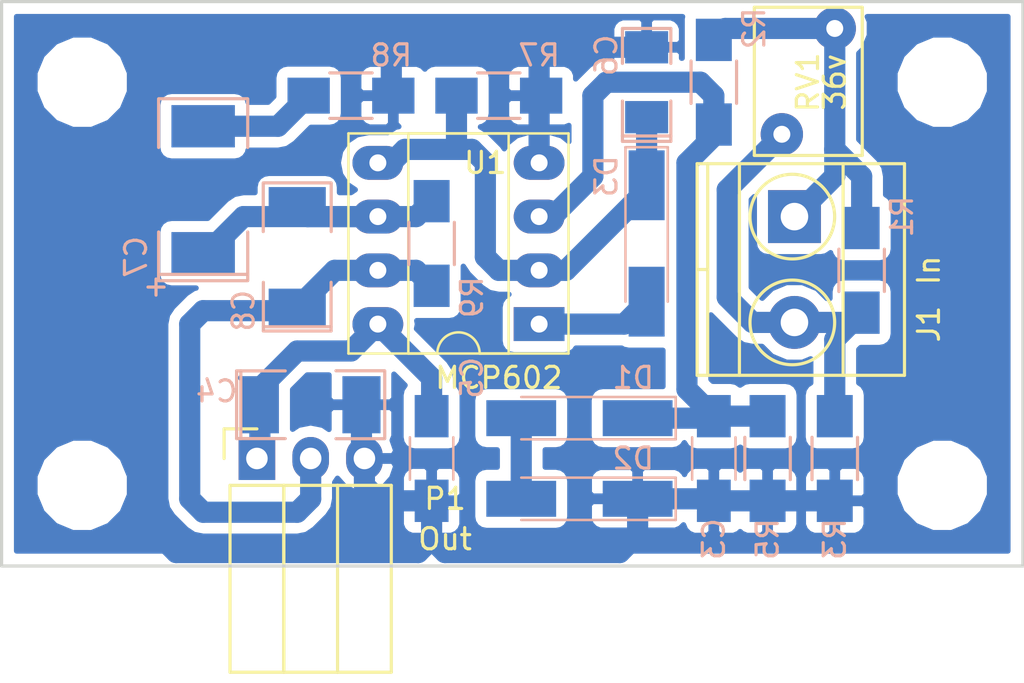
<source format=kicad_pcb>
(kicad_pcb (version 4) (host pcbnew 4.0.7)

  (general
    (links 36)
    (no_connects 0)
    (area 130.734999 110.414999 179.145001 137.235001)
    (thickness 1.6)
    (drawings 4)
    (tracks 110)
    (zones 0)
    (modules 24)
    (nets 12)
  )

  (page A4)
  (layers
    (0 F.Cu signal)
    (31 B.Cu signal)
    (32 B.Adhes user)
    (33 F.Adhes user)
    (34 B.Paste user)
    (35 F.Paste user)
    (36 B.SilkS user)
    (37 F.SilkS user)
    (38 B.Mask user)
    (39 F.Mask user)
    (40 Dwgs.User user)
    (41 Cmts.User user)
    (42 Eco1.User user)
    (43 Eco2.User user)
    (44 Edge.Cuts user)
    (45 Margin user)
    (46 B.CrtYd user)
    (47 F.CrtYd user)
    (48 B.Fab user)
    (49 F.Fab user)
  )

  (setup
    (last_trace_width 1)
    (user_trace_width 0.3)
    (user_trace_width 0.5)
    (user_trace_width 0.8)
    (user_trace_width 1)
    (trace_clearance 0.2)
    (zone_clearance 0.508)
    (zone_45_only no)
    (trace_min 0.2)
    (segment_width 0.2)
    (edge_width 0.15)
    (via_size 0.6)
    (via_drill 0.4)
    (via_min_size 0.4)
    (via_min_drill 0.3)
    (uvia_size 0.3)
    (uvia_drill 0.1)
    (uvias_allowed no)
    (uvia_min_size 0.2)
    (uvia_min_drill 0.1)
    (pcb_text_width 0.3)
    (pcb_text_size 1.5 1.5)
    (mod_edge_width 0.15)
    (mod_text_size 1 1)
    (mod_text_width 0.15)
    (pad_size 2 2)
    (pad_drill 0.8)
    (pad_to_mask_clearance 0.2)
    (aux_axis_origin 0 0)
    (visible_elements 7FFFFFFF)
    (pcbplotparams
      (layerselection 0x00030_80000001)
      (usegerberextensions false)
      (excludeedgelayer true)
      (linewidth 0.100000)
      (plotframeref false)
      (viasonmask false)
      (mode 1)
      (useauxorigin false)
      (hpglpennumber 1)
      (hpglpenspeed 20)
      (hpglpendiameter 15)
      (hpglpenoverlay 2)
      (psnegative false)
      (psa4output false)
      (plotreference true)
      (plotvalue true)
      (plotinvisibletext false)
      (padsonsilk false)
      (subtractmaskfromsilk false)
      (outputformat 1)
      (mirror false)
      (drillshape 1)
      (scaleselection 1)
      (outputdirectory ""))
  )

  (net 0 "")
  (net 1 "Net-(C3-Pad1)")
  (net 2 GND)
  (net 3 +5V)
  (net 4 "Net-(C6-Pad1)")
  (net 5 "Net-(C7-Pad1)")
  (net 6 "Net-(C7-Pad2)")
  (net 7 /Out)
  (net 8 "Net-(D1-Pad2)")
  (net 9 "Net-(D3-Pad2)")
  (net 10 /InA)
  (net 11 /InB)

  (net_class Default "Это класс цепей по умолчанию."
    (clearance 0.2)
    (trace_width 0.25)
    (via_dia 0.6)
    (via_drill 0.4)
    (uvia_dia 0.3)
    (uvia_drill 0.1)
    (add_net +5V)
    (add_net /InA)
    (add_net /InB)
    (add_net /Out)
    (add_net GND)
    (add_net "Net-(C3-Pad1)")
    (add_net "Net-(C6-Pad1)")
    (add_net "Net-(C7-Pad1)")
    (add_net "Net-(C7-Pad2)")
    (add_net "Net-(D1-Pad2)")
    (add_net "Net-(D3-Pad2)")
  )

  (module Mounting_Holes:MountingHole_3.2mm_M3 (layer F.Cu) (tedit 5ACF797F) (tstamp 5ACF889C)
    (at 175.26 114.3)
    (descr "Mounting Hole 3.2mm, no annular, M3")
    (tags "mounting hole 3.2mm no annular m3")
    (attr virtual)
    (fp_text reference "" (at 0 -4.2) (layer F.SilkS) hide
      (effects (font (size 1 1) (thickness 0.15)))
    )
    (fp_text value "" (at 0 4.2) (layer F.Fab) hide
      (effects (font (size 1 1) (thickness 0.15)))
    )
    (fp_text user %R (at 0.3 0) (layer F.Fab)
      (effects (font (size 1 1) (thickness 0.15)))
    )
    (fp_circle (center 0 0) (end 3.2 0) (layer Cmts.User) (width 0.15))
    (fp_circle (center 0 0) (end 3.45 0) (layer F.CrtYd) (width 0.05))
    (pad 1 np_thru_hole circle (at 0 0) (size 3.2 3.2) (drill 3.2) (layers *.Cu *.Mask))
  )

  (module Mounting_Holes:MountingHole_3.2mm_M3 (layer F.Cu) (tedit 5ACF797F) (tstamp 5ACF8894)
    (at 175.26 133.35)
    (descr "Mounting Hole 3.2mm, no annular, M3")
    (tags "mounting hole 3.2mm no annular m3")
    (attr virtual)
    (fp_text reference "" (at 0 -4.2) (layer F.SilkS) hide
      (effects (font (size 1 1) (thickness 0.15)))
    )
    (fp_text value "" (at 0 4.2) (layer F.Fab) hide
      (effects (font (size 1 1) (thickness 0.15)))
    )
    (fp_text user %R (at 0.3 0) (layer F.Fab)
      (effects (font (size 1 1) (thickness 0.15)))
    )
    (fp_circle (center 0 0) (end 3.2 0) (layer Cmts.User) (width 0.15))
    (fp_circle (center 0 0) (end 3.45 0) (layer F.CrtYd) (width 0.05))
    (pad 1 np_thru_hole circle (at 0 0) (size 3.2 3.2) (drill 3.2) (layers *.Cu *.Mask))
  )

  (module Mounting_Holes:MountingHole_3.2mm_M3 (layer F.Cu) (tedit 5ACF797F) (tstamp 5ACF8887)
    (at 134.62 133.35)
    (descr "Mounting Hole 3.2mm, no annular, M3")
    (tags "mounting hole 3.2mm no annular m3")
    (attr virtual)
    (fp_text reference "" (at 0 -4.2) (layer F.SilkS) hide
      (effects (font (size 1 1) (thickness 0.15)))
    )
    (fp_text value "" (at 0 4.2) (layer F.Fab) hide
      (effects (font (size 1 1) (thickness 0.15)))
    )
    (fp_text user %R (at 0.3 0) (layer F.Fab)
      (effects (font (size 1 1) (thickness 0.15)))
    )
    (fp_circle (center 0 0) (end 3.2 0) (layer Cmts.User) (width 0.15))
    (fp_circle (center 0 0) (end 3.45 0) (layer F.CrtYd) (width 0.05))
    (pad 1 np_thru_hole circle (at 0 0) (size 3.2 3.2) (drill 3.2) (layers *.Cu *.Mask))
  )

  (module Capacitors_SMD:C_1206_HandSoldering (layer B.Cu) (tedit 5ACF84AC) (tstamp 588274A7)
    (at 164.465 132.08 270)
    (descr "Capacitor SMD 1206, hand soldering")
    (tags "capacitor 1206")
    (path /5882700A)
    (attr smd)
    (fp_text reference C3 (at 3.81 0 270) (layer B.SilkS)
      (effects (font (size 1 1) (thickness 0.15)) (justify mirror))
    )
    (fp_text value 15nF (at 0 0 270) (layer B.Fab)
      (effects (font (size 1 1) (thickness 0.15)) (justify mirror))
    )
    (fp_line (start -1.6 -0.8) (end -1.6 0.8) (layer B.Fab) (width 0.1))
    (fp_line (start 1.6 -0.8) (end -1.6 -0.8) (layer B.Fab) (width 0.1))
    (fp_line (start 1.6 0.8) (end 1.6 -0.8) (layer B.Fab) (width 0.1))
    (fp_line (start -1.6 0.8) (end 1.6 0.8) (layer B.Fab) (width 0.1))
    (fp_line (start -3.3 1.15) (end 3.3 1.15) (layer B.CrtYd) (width 0.05))
    (fp_line (start -3.3 -1.15) (end 3.3 -1.15) (layer B.CrtYd) (width 0.05))
    (fp_line (start -3.3 1.15) (end -3.3 -1.15) (layer B.CrtYd) (width 0.05))
    (fp_line (start 3.3 1.15) (end 3.3 -1.15) (layer B.CrtYd) (width 0.05))
    (fp_line (start 1 1.025) (end -1 1.025) (layer B.SilkS) (width 0.12))
    (fp_line (start -1 -1.025) (end 1 -1.025) (layer B.SilkS) (width 0.12))
    (pad 1 smd rect (at -2 0 270) (size 2 1.6) (layers B.Cu B.Paste B.Mask)
      (net 1 "Net-(C3-Pad1)"))
    (pad 2 smd rect (at 2 0 270) (size 2 1.6) (layers B.Cu B.Paste B.Mask)
      (net 2 GND))
    (model Capacitors_SMD.3dshapes/C_1206_HandSoldering.wrl
      (at (xyz 0 0 0))
      (scale (xyz 1 1 1))
      (rotate (xyz 0 0 0))
    )
  )

  (module SMD_Packages:SMD-2010_Pol (layer B.Cu) (tedit 5ACF84F1) (tstamp 588274AD)
    (at 145.415 129.54)
    (tags "CMS SMD")
    (path /58827224)
    (attr smd)
    (fp_text reference C4 (at -4.445 -0.635) (layer B.SilkS)
      (effects (font (size 1 1) (thickness 0.15)) (justify mirror))
    )
    (fp_text value 10,0 (at 0 0) (layer B.Fab)
      (effects (font (size 1 1) (thickness 0.15)) (justify mirror))
    )
    (fp_line (start -3.3 1.6) (end -3.3 -1.6) (layer B.SilkS) (width 0.15))
    (fp_line (start 3.50012 1.6002) (end 3.50012 -1.6002) (layer B.SilkS) (width 0.15))
    (fp_line (start -3.5 1.6) (end -3.5 -1.6) (layer B.SilkS) (width 0.15))
    (fp_line (start 1.19634 -1.60528) (end 3.48234 -1.60528) (layer B.SilkS) (width 0.15))
    (fp_line (start 3.48234 1.60528) (end 1.19634 1.60528) (layer B.SilkS) (width 0.15))
    (fp_line (start -1.2 1.6) (end -3.5 1.6) (layer B.SilkS) (width 0.15))
    (fp_line (start -3.5 -1.6) (end -1.2 -1.6) (layer B.SilkS) (width 0.15))
    (pad 1 smd rect (at -2.4003 0) (size 1.80086 2.70002) (layers B.Cu B.Paste B.Mask)
      (net 3 +5V))
    (pad 2 smd rect (at 2.4003 0) (size 1.80086 2.70002) (layers B.Cu B.Paste B.Mask)
      (net 2 GND))
    (model SMD_Packages.3dshapes/SMD-2010_Pol.wrl
      (at (xyz 0 0 0))
      (scale (xyz 0.35 0.35 0.35))
      (rotate (xyz 0 0 0))
    )
  )

  (module Capacitors_SMD:C_1206_HandSoldering (layer B.Cu) (tedit 5ACF84E5) (tstamp 588274B3)
    (at 151.13 132.08 270)
    (descr "Capacitor SMD 1206, hand soldering")
    (tags "capacitor 1206")
    (path /5882726B)
    (attr smd)
    (fp_text reference C5 (at -3.81 -1.905 270) (layer B.SilkS)
      (effects (font (size 1 1) (thickness 0.15)) (justify mirror))
    )
    (fp_text value 0,1 (at 0 0 270) (layer B.Fab)
      (effects (font (size 1 1) (thickness 0.15)) (justify mirror))
    )
    (fp_line (start -1.6 -0.8) (end -1.6 0.8) (layer B.Fab) (width 0.1))
    (fp_line (start 1.6 -0.8) (end -1.6 -0.8) (layer B.Fab) (width 0.1))
    (fp_line (start 1.6 0.8) (end 1.6 -0.8) (layer B.Fab) (width 0.1))
    (fp_line (start -1.6 0.8) (end 1.6 0.8) (layer B.Fab) (width 0.1))
    (fp_line (start -3.3 1.15) (end 3.3 1.15) (layer B.CrtYd) (width 0.05))
    (fp_line (start -3.3 -1.15) (end 3.3 -1.15) (layer B.CrtYd) (width 0.05))
    (fp_line (start -3.3 1.15) (end -3.3 -1.15) (layer B.CrtYd) (width 0.05))
    (fp_line (start 3.3 1.15) (end 3.3 -1.15) (layer B.CrtYd) (width 0.05))
    (fp_line (start 1 1.025) (end -1 1.025) (layer B.SilkS) (width 0.12))
    (fp_line (start -1 -1.025) (end 1 -1.025) (layer B.SilkS) (width 0.12))
    (pad 1 smd rect (at -2 0 270) (size 2 1.6) (layers B.Cu B.Paste B.Mask)
      (net 3 +5V))
    (pad 2 smd rect (at 2 0 270) (size 2 1.6) (layers B.Cu B.Paste B.Mask)
      (net 2 GND))
    (model Capacitors_SMD.3dshapes/C_1206_HandSoldering.wrl
      (at (xyz 0 0 0))
      (scale (xyz 1 1 1))
      (rotate (xyz 0 0 0))
    )
  )

  (module SMD_Packages:SMD-1206_Pol (layer B.Cu) (tedit 5ACF8613) (tstamp 588274B9)
    (at 161.29 114.3 90)
    (path /588294D2)
    (attr smd)
    (fp_text reference C6 (at 1.27 -1.905 90) (layer B.SilkS)
      (effects (font (size 1 1) (thickness 0.15)) (justify mirror))
    )
    (fp_text value 1,0 (at -1.27 -1.905 90) (layer B.Fab)
      (effects (font (size 1 1) (thickness 0.15)) (justify mirror))
    )
    (fp_line (start -2.54 1.143) (end -2.794 1.143) (layer B.SilkS) (width 0.15))
    (fp_line (start -2.794 1.143) (end -2.794 -1.143) (layer B.SilkS) (width 0.15))
    (fp_line (start -2.794 -1.143) (end -2.54 -1.143) (layer B.SilkS) (width 0.15))
    (fp_line (start -2.54 1.143) (end -2.54 -1.143) (layer B.SilkS) (width 0.15))
    (fp_line (start -2.54 -1.143) (end -0.889 -1.143) (layer B.SilkS) (width 0.15))
    (fp_line (start 0.889 1.143) (end 2.54 1.143) (layer B.SilkS) (width 0.15))
    (fp_line (start 2.54 1.143) (end 2.54 -1.143) (layer B.SilkS) (width 0.15))
    (fp_line (start 2.54 -1.143) (end 0.889 -1.143) (layer B.SilkS) (width 0.15))
    (fp_line (start -0.889 1.143) (end -2.54 1.143) (layer B.SilkS) (width 0.15))
    (pad 1 smd rect (at -1.651 0 90) (size 1.524 2.032) (layers B.Cu B.Paste B.Mask)
      (net 4 "Net-(C6-Pad1)"))
    (pad 2 smd rect (at 1.651 0 90) (size 1.524 2.032) (layers B.Cu B.Paste B.Mask)
      (net 2 GND))
    (model SMD_Packages.3dshapes/SMD-1206_Pol.wrl
      (at (xyz 0 0 0))
      (scale (xyz 0.17 0.16 0.16))
      (rotate (xyz 0 0 0))
    )
  )

  (module SMD_Packages:SMD-2512_Pol (layer B.Cu) (tedit 5ACF864C) (tstamp 588274BF)
    (at 140.335 119.38 90)
    (tags "CMS SM")
    (path /58829588)
    (attr smd)
    (fp_text reference C7 (at -3.175 -3.175 90) (layer B.SilkS)
      (effects (font (size 1 1) (thickness 0.15)) (justify mirror))
    )
    (fp_text value 100,0 (at 0.89916 0 360) (layer B.Fab)
      (effects (font (size 1 1) (thickness 0.15)) (justify mirror))
    )
    (fp_line (start -3.99956 2.10058) (end -3.99956 -2.10058) (layer B.SilkS) (width 0.15))
    (fp_text user + (at -4.59994 -2.30124 90) (layer B.SilkS)
      (effects (font (size 1 1) (thickness 0.15)) (justify mirror))
    )
    (fp_line (start -4.30022 2.10058) (end -4.30022 -2.10058) (layer B.SilkS) (width 0.15))
    (fp_line (start 4.30022 2.10058) (end 4.30022 -2.10058) (layer B.SilkS) (width 0.15))
    (fp_line (start 1.99644 -2.10566) (end 4.28244 -2.10566) (layer B.SilkS) (width 0.15))
    (fp_line (start 4.28244 2.10566) (end 1.99644 2.10566) (layer B.SilkS) (width 0.15))
    (fp_line (start -1.99898 2.10566) (end -4.28498 2.10566) (layer B.SilkS) (width 0.15))
    (fp_line (start -4.28244 -2.10566) (end -1.99644 -2.10566) (layer B.SilkS) (width 0.15))
    (pad 1 smd rect (at -2.99974 0 90) (size 1.99898 2.99974) (layers B.Cu B.Paste B.Mask)
      (net 5 "Net-(C7-Pad1)"))
    (pad 2 smd rect (at 2.99974 0 90) (size 1.99898 2.99974) (layers B.Cu B.Paste B.Mask)
      (net 6 "Net-(C7-Pad2)"))
    (model SMD_Packages.3dshapes/SMD-2512_Pol.wrl
      (at (xyz 0 0 0))
      (scale (xyz 0.35 0.35 0.35))
      (rotate (xyz 0 0 0))
    )
  )

  (module SMD_Packages:SMD-2010_Pol (layer B.Cu) (tedit 5ACF8516) (tstamp 588274C5)
    (at 144.78 122.555 90)
    (tags "CMS SMD")
    (path /588295F9)
    (attr smd)
    (fp_text reference C8 (at -2.54 -2.54 90) (layer B.SilkS)
      (effects (font (size 1 1) (thickness 0.15)) (justify mirror))
    )
    (fp_text value 10,0 (at 0 0 90) (layer B.Fab)
      (effects (font (size 1 1) (thickness 0.15)) (justify mirror))
    )
    (fp_line (start -3.3 1.6) (end -3.3 -1.6) (layer B.SilkS) (width 0.15))
    (fp_line (start 3.50012 1.6002) (end 3.50012 -1.6002) (layer B.SilkS) (width 0.15))
    (fp_line (start -3.5 1.6) (end -3.5 -1.6) (layer B.SilkS) (width 0.15))
    (fp_line (start 1.19634 -1.60528) (end 3.48234 -1.60528) (layer B.SilkS) (width 0.15))
    (fp_line (start 3.48234 1.60528) (end 1.19634 1.60528) (layer B.SilkS) (width 0.15))
    (fp_line (start -1.2 1.6) (end -3.5 1.6) (layer B.SilkS) (width 0.15))
    (fp_line (start -3.5 -1.6) (end -1.2 -1.6) (layer B.SilkS) (width 0.15))
    (pad 1 smd rect (at -2.4003 0 90) (size 1.80086 2.70002) (layers B.Cu B.Paste B.Mask)
      (net 7 /Out))
    (pad 2 smd rect (at 2.4003 0 90) (size 1.80086 2.70002) (layers B.Cu B.Paste B.Mask)
      (net 5 "Net-(C7-Pad1)"))
    (model SMD_Packages.3dshapes/SMD-2010_Pol.wrl
      (at (xyz 0 0 0))
      (scale (xyz 0.35 0.35 0.35))
      (rotate (xyz 0 0 0))
    )
  )

  (module Diodes_SMD:D_MiniMELF_Handsoldering (layer B.Cu) (tedit 5ACF84C4) (tstamp 588274CB)
    (at 158.115 130.175 180)
    (descr "Diode Mini-MELF Handsoldering")
    (tags "Diode Mini-MELF Handsoldering")
    (path /588278FD)
    (attr smd)
    (fp_text reference D1 (at -2.54 1.905 180) (layer B.SilkS)
      (effects (font (size 1 1) (thickness 0.15)) (justify mirror))
    )
    (fp_text value 3v9 (at 0 1.905 180) (layer B.Fab)
      (effects (font (size 1 1) (thickness 0.15)) (justify mirror))
    )
    (fp_line (start 2.75 1) (end -4.55 1) (layer B.SilkS) (width 0.12))
    (fp_line (start -4.55 1) (end -4.55 -1) (layer B.SilkS) (width 0.12))
    (fp_line (start -4.55 -1) (end 2.75 -1) (layer B.SilkS) (width 0.12))
    (fp_line (start 1.65 0.8) (end 1.65 -0.8) (layer B.Fab) (width 0.1))
    (fp_line (start 1.65 -0.8) (end -1.65 -0.8) (layer B.Fab) (width 0.1))
    (fp_line (start -1.65 -0.8) (end -1.65 0.8) (layer B.Fab) (width 0.1))
    (fp_line (start -1.65 0.8) (end 1.65 0.8) (layer B.Fab) (width 0.1))
    (fp_line (start 0.25 0) (end 0.75 0) (layer B.Fab) (width 0.1))
    (fp_line (start 0.25 -0.4) (end -0.35 0) (layer B.Fab) (width 0.1))
    (fp_line (start 0.25 0.4) (end 0.25 -0.4) (layer B.Fab) (width 0.1))
    (fp_line (start -0.35 0) (end 0.25 0.4) (layer B.Fab) (width 0.1))
    (fp_line (start -0.35 0) (end -0.35 -0.55) (layer B.Fab) (width 0.1))
    (fp_line (start -0.35 0) (end -0.35 0.55) (layer B.Fab) (width 0.1))
    (fp_line (start -0.75 0) (end -0.35 0) (layer B.Fab) (width 0.1))
    (fp_line (start -4.65 1.1) (end 4.65 1.1) (layer B.CrtYd) (width 0.05))
    (fp_line (start 4.65 1.1) (end 4.65 -1.1) (layer B.CrtYd) (width 0.05))
    (fp_line (start 4.65 -1.1) (end -4.65 -1.1) (layer B.CrtYd) (width 0.05))
    (fp_line (start -4.65 -1.1) (end -4.65 1.1) (layer B.CrtYd) (width 0.05))
    (pad 1 smd rect (at -2.75 0 180) (size 3.3 1.7) (layers B.Cu B.Paste B.Mask)
      (net 1 "Net-(C3-Pad1)"))
    (pad 2 smd rect (at 2.75 0 180) (size 3.3 1.7) (layers B.Cu B.Paste B.Mask)
      (net 8 "Net-(D1-Pad2)"))
    (model Diodes_SMD.3dshapes/D_MiniMELF_Handsoldering.wrl
      (at (xyz 0 0 0))
      (scale (xyz 0.3937 0.3937 0.3937))
      (rotate (xyz 0 0 180))
    )
  )

  (module Diodes_SMD:D_MiniMELF_Handsoldering (layer B.Cu) (tedit 5ACF84C7) (tstamp 588274D1)
    (at 158.115 133.985 180)
    (descr "Diode Mini-MELF Handsoldering")
    (tags "Diode Mini-MELF Handsoldering")
    (path /58827942)
    (attr smd)
    (fp_text reference D2 (at -2.54 1.905 180) (layer B.SilkS)
      (effects (font (size 1 1) (thickness 0.15)) (justify mirror))
    )
    (fp_text value 3v9 (at 0 1.905 180) (layer B.Fab)
      (effects (font (size 1 1) (thickness 0.15)) (justify mirror))
    )
    (fp_line (start 2.75 1) (end -4.55 1) (layer B.SilkS) (width 0.12))
    (fp_line (start -4.55 1) (end -4.55 -1) (layer B.SilkS) (width 0.12))
    (fp_line (start -4.55 -1) (end 2.75 -1) (layer B.SilkS) (width 0.12))
    (fp_line (start 1.65 0.8) (end 1.65 -0.8) (layer B.Fab) (width 0.1))
    (fp_line (start 1.65 -0.8) (end -1.65 -0.8) (layer B.Fab) (width 0.1))
    (fp_line (start -1.65 -0.8) (end -1.65 0.8) (layer B.Fab) (width 0.1))
    (fp_line (start -1.65 0.8) (end 1.65 0.8) (layer B.Fab) (width 0.1))
    (fp_line (start 0.25 0) (end 0.75 0) (layer B.Fab) (width 0.1))
    (fp_line (start 0.25 -0.4) (end -0.35 0) (layer B.Fab) (width 0.1))
    (fp_line (start 0.25 0.4) (end 0.25 -0.4) (layer B.Fab) (width 0.1))
    (fp_line (start -0.35 0) (end 0.25 0.4) (layer B.Fab) (width 0.1))
    (fp_line (start -0.35 0) (end -0.35 -0.55) (layer B.Fab) (width 0.1))
    (fp_line (start -0.35 0) (end -0.35 0.55) (layer B.Fab) (width 0.1))
    (fp_line (start -0.75 0) (end -0.35 0) (layer B.Fab) (width 0.1))
    (fp_line (start -4.65 1.1) (end 4.65 1.1) (layer B.CrtYd) (width 0.05))
    (fp_line (start 4.65 1.1) (end 4.65 -1.1) (layer B.CrtYd) (width 0.05))
    (fp_line (start 4.65 -1.1) (end -4.65 -1.1) (layer B.CrtYd) (width 0.05))
    (fp_line (start -4.65 -1.1) (end -4.65 1.1) (layer B.CrtYd) (width 0.05))
    (pad 1 smd rect (at -2.75 0 180) (size 3.3 1.7) (layers B.Cu B.Paste B.Mask)
      (net 2 GND))
    (pad 2 smd rect (at 2.75 0 180) (size 3.3 1.7) (layers B.Cu B.Paste B.Mask)
      (net 8 "Net-(D1-Pad2)"))
    (model Diodes_SMD.3dshapes/D_MiniMELF_Handsoldering.wrl
      (at (xyz 0 0 0))
      (scale (xyz 0.3937 0.3937 0.3937))
      (rotate (xyz 0 0 180))
    )
  )

  (module Diodes_SMD:D_MiniMELF_Handsoldering (layer B.Cu) (tedit 5ACF7C24) (tstamp 588274D7)
    (at 161.29 121.92 270)
    (descr "Diode Mini-MELF Handsoldering")
    (tags "Diode Mini-MELF Handsoldering")
    (path /58827997)
    (attr smd)
    (fp_text reference D3 (at -3.175 1.905 270) (layer B.SilkS)
      (effects (font (size 1 1) (thickness 0.15)) (justify mirror))
    )
    (fp_text value 1N4148 (at 1.27 1.905 270) (layer B.Fab)
      (effects (font (size 1 1) (thickness 0.15)) (justify mirror))
    )
    (fp_line (start 2.75 1) (end -4.55 1) (layer B.SilkS) (width 0.12))
    (fp_line (start -4.55 1) (end -4.55 -1) (layer B.SilkS) (width 0.12))
    (fp_line (start -4.55 -1) (end 2.75 -1) (layer B.SilkS) (width 0.12))
    (fp_line (start 1.65 0.8) (end 1.65 -0.8) (layer B.Fab) (width 0.1))
    (fp_line (start 1.65 -0.8) (end -1.65 -0.8) (layer B.Fab) (width 0.1))
    (fp_line (start -1.65 -0.8) (end -1.65 0.8) (layer B.Fab) (width 0.1))
    (fp_line (start -1.65 0.8) (end 1.65 0.8) (layer B.Fab) (width 0.1))
    (fp_line (start 0.25 0) (end 0.75 0) (layer B.Fab) (width 0.1))
    (fp_line (start 0.25 -0.4) (end -0.35 0) (layer B.Fab) (width 0.1))
    (fp_line (start 0.25 0.4) (end 0.25 -0.4) (layer B.Fab) (width 0.1))
    (fp_line (start -0.35 0) (end 0.25 0.4) (layer B.Fab) (width 0.1))
    (fp_line (start -0.35 0) (end -0.35 -0.55) (layer B.Fab) (width 0.1))
    (fp_line (start -0.35 0) (end -0.35 0.55) (layer B.Fab) (width 0.1))
    (fp_line (start -0.75 0) (end -0.35 0) (layer B.Fab) (width 0.1))
    (fp_line (start -4.65 1.1) (end 4.65 1.1) (layer B.CrtYd) (width 0.05))
    (fp_line (start 4.65 1.1) (end 4.65 -1.1) (layer B.CrtYd) (width 0.05))
    (fp_line (start 4.65 -1.1) (end -4.65 -1.1) (layer B.CrtYd) (width 0.05))
    (fp_line (start -4.65 -1.1) (end -4.65 1.1) (layer B.CrtYd) (width 0.05))
    (pad 1 smd rect (at -2.75 0 270) (size 3.3 1.7) (layers B.Cu B.Paste B.Mask)
      (net 4 "Net-(C6-Pad1)"))
    (pad 2 smd rect (at 2.75 0 270) (size 3.3 1.7) (layers B.Cu B.Paste B.Mask)
      (net 9 "Net-(D3-Pad2)"))
    (model Diodes_SMD.3dshapes/D_MiniMELF_Handsoldering.wrl
      (at (xyz 0 0 0))
      (scale (xyz 0.3937 0.3937 0.3937))
      (rotate (xyz 0 0 180))
    )
  )

  (module Connectors_Terminal_Blocks:TerminalBlock_Pheonix_MKDS1.5-2pol (layer F.Cu) (tedit 5ACF85FC) (tstamp 588274DD)
    (at 168.275 120.65 270)
    (descr "2-way 5mm pitch terminal block, Phoenix MKDS series")
    (path /58826CA5)
    (fp_text reference J1 (at 5.08 -6.35 270) (layer F.SilkS)
      (effects (font (size 1 1) (thickness 0.15)))
    )
    (fp_text value In (at 2.54 -6.35 270) (layer F.SilkS)
      (effects (font (size 1 1) (thickness 0.15)))
    )
    (fp_line (start -2.7 -5.4) (end 7.7 -5.4) (layer F.CrtYd) (width 0.05))
    (fp_line (start -2.7 4.8) (end -2.7 -5.4) (layer F.CrtYd) (width 0.05))
    (fp_line (start 7.7 4.8) (end -2.7 4.8) (layer F.CrtYd) (width 0.05))
    (fp_line (start 7.7 -5.4) (end 7.7 4.8) (layer F.CrtYd) (width 0.05))
    (fp_line (start 2.5 4.1) (end 2.5 4.6) (layer F.SilkS) (width 0.15))
    (fp_circle (center 5 0.1) (end 3 0.1) (layer F.SilkS) (width 0.15))
    (fp_circle (center 0 0.1) (end 2 0.1) (layer F.SilkS) (width 0.15))
    (fp_line (start -2.5 2.6) (end 7.5 2.6) (layer F.SilkS) (width 0.15))
    (fp_line (start -2.5 -2.3) (end 7.5 -2.3) (layer F.SilkS) (width 0.15))
    (fp_line (start -2.5 4.1) (end 7.5 4.1) (layer F.SilkS) (width 0.15))
    (fp_line (start -2.5 4.6) (end 7.5 4.6) (layer F.SilkS) (width 0.15))
    (fp_line (start 7.5 4.6) (end 7.5 -5.2) (layer F.SilkS) (width 0.15))
    (fp_line (start 7.5 -5.2) (end -2.5 -5.2) (layer F.SilkS) (width 0.15))
    (fp_line (start -2.5 -5.2) (end -2.5 4.6) (layer F.SilkS) (width 0.15))
    (pad 1 thru_hole rect (at 0 0 270) (size 2.5 2.5) (drill 1.3) (layers *.Cu *.Mask)
      (net 10 /InA))
    (pad 2 thru_hole circle (at 5 0 270) (size 2.5 2.5) (drill 1.3) (layers *.Cu *.Mask)
      (net 11 /InB))
    (model Terminal_Blocks.3dshapes/TerminalBlock_Pheonix_MKDS1.5-2pol.wrl
      (at (xyz 0.0984 0 0))
      (scale (xyz 1 1 1))
      (rotate (xyz 0 0 0))
    )
  )

  (module Socket_Strips:Socket_Strip_Angled_1x03 (layer F.Cu) (tedit 5ACF85EB) (tstamp 588274E4)
    (at 142.875 132.08)
    (descr "Through hole socket strip")
    (tags "socket strip")
    (path /5882906E)
    (fp_text reference P1 (at 8.89 1.905) (layer F.SilkS)
      (effects (font (size 1 1) (thickness 0.15)))
    )
    (fp_text value Out (at 8.89 3.81) (layer F.SilkS)
      (effects (font (size 1 1) (thickness 0.15)))
    )
    (fp_line (start -1.75 -1.5) (end -1.75 10.6) (layer F.CrtYd) (width 0.05))
    (fp_line (start 6.85 -1.5) (end 6.85 10.6) (layer F.CrtYd) (width 0.05))
    (fp_line (start -1.75 -1.5) (end 6.85 -1.5) (layer F.CrtYd) (width 0.05))
    (fp_line (start -1.75 10.6) (end 6.85 10.6) (layer F.CrtYd) (width 0.05))
    (fp_line (start 3.81 1.27) (end 6.35 1.27) (layer F.SilkS) (width 0.15))
    (fp_line (start 3.81 10.1) (end 6.35 10.1) (layer F.SilkS) (width 0.15))
    (fp_line (start 6.35 10.1) (end 6.35 1.27) (layer F.SilkS) (width 0.15))
    (fp_line (start 3.81 10.1) (end 3.81 1.27) (layer F.SilkS) (width 0.15))
    (fp_line (start 1.27 10.1) (end 3.81 10.1) (layer F.SilkS) (width 0.15))
    (fp_line (start 1.27 1.27) (end 1.27 10.1) (layer F.SilkS) (width 0.15))
    (fp_line (start 1.27 1.27) (end 3.81 1.27) (layer F.SilkS) (width 0.15))
    (fp_line (start -1.27 1.27) (end 1.27 1.27) (layer F.SilkS) (width 0.15))
    (fp_line (start 0 -1.4) (end -1.55 -1.4) (layer F.SilkS) (width 0.15))
    (fp_line (start -1.55 -1.4) (end -1.55 0) (layer F.SilkS) (width 0.15))
    (fp_line (start -1.27 1.27) (end -1.27 10.1) (layer F.SilkS) (width 0.15))
    (fp_line (start -1.27 10.1) (end 1.27 10.1) (layer F.SilkS) (width 0.15))
    (fp_line (start 1.27 10.1) (end 1.27 1.27) (layer F.SilkS) (width 0.15))
    (pad 1 thru_hole rect (at 0 0) (size 1.7272 2.032) (drill 1.016) (layers *.Cu *.Mask)
      (net 3 +5V))
    (pad 2 thru_hole oval (at 2.54 0) (size 1.7272 2.032) (drill 1.016) (layers *.Cu *.Mask)
      (net 7 /Out))
    (pad 3 thru_hole oval (at 5.08 0) (size 1.7272 2.032) (drill 1.016) (layers *.Cu *.Mask)
      (net 2 GND))
    (model Socket_Strips.3dshapes/Socket_Strip_Angled_1x03.wrl
      (at (xyz 0.1 0 0))
      (scale (xyz 1 1 1))
      (rotate (xyz 0 0 180))
    )
  )

  (module Resistors_SMD:R_1206_HandSoldering (layer B.Cu) (tedit 5ACF853B) (tstamp 588274EA)
    (at 171.45 123.19 270)
    (descr "Resistor SMD 1206, hand soldering")
    (tags "resistor 1206")
    (path /58826D8D)
    (attr smd)
    (fp_text reference R1 (at -2.54 -1.905 450) (layer B.SilkS)
      (effects (font (size 1 1) (thickness 0.15)) (justify mirror))
    )
    (fp_text value 100 (at 0.635 -1.905 270) (layer B.Fab)
      (effects (font (size 1 1) (thickness 0.15)) (justify mirror))
    )
    (fp_line (start -1.6 -0.8) (end -1.6 0.8) (layer B.Fab) (width 0.1))
    (fp_line (start 1.6 -0.8) (end -1.6 -0.8) (layer B.Fab) (width 0.1))
    (fp_line (start 1.6 0.8) (end 1.6 -0.8) (layer B.Fab) (width 0.1))
    (fp_line (start -1.6 0.8) (end 1.6 0.8) (layer B.Fab) (width 0.1))
    (fp_line (start -3.3 1.2) (end 3.3 1.2) (layer B.CrtYd) (width 0.05))
    (fp_line (start -3.3 -1.2) (end 3.3 -1.2) (layer B.CrtYd) (width 0.05))
    (fp_line (start -3.3 1.2) (end -3.3 -1.2) (layer B.CrtYd) (width 0.05))
    (fp_line (start 3.3 1.2) (end 3.3 -1.2) (layer B.CrtYd) (width 0.05))
    (fp_line (start 1 -1.075) (end -1 -1.075) (layer B.SilkS) (width 0.15))
    (fp_line (start -1 1.075) (end 1 1.075) (layer B.SilkS) (width 0.15))
    (pad 1 smd rect (at -2 0 270) (size 2 1.7) (layers B.Cu B.Paste B.Mask)
      (net 10 /InA))
    (pad 2 smd rect (at 2 0 270) (size 2 1.7) (layers B.Cu B.Paste B.Mask)
      (net 11 /InB))
    (model Resistors_SMD.3dshapes/R_1206_HandSoldering.wrl
      (at (xyz 0 0 0))
      (scale (xyz 1 1 1))
      (rotate (xyz 0 0 0))
    )
  )

  (module Resistors_SMD:R_1206_HandSoldering (layer B.Cu) (tedit 5ACF854C) (tstamp 588274F0)
    (at 164.465 114.3 270)
    (descr "Resistor SMD 1206, hand soldering")
    (tags "resistor 1206")
    (path /58826D2D)
    (attr smd)
    (fp_text reference R2 (at -2.54 -1.905 270) (layer B.SilkS)
      (effects (font (size 1 1) (thickness 0.15)) (justify mirror))
    )
    (fp_text value 1k (at 0 -1.905 270) (layer B.Fab)
      (effects (font (size 1 1) (thickness 0.15)) (justify mirror))
    )
    (fp_line (start -1.6 -0.8) (end -1.6 0.8) (layer B.Fab) (width 0.1))
    (fp_line (start 1.6 -0.8) (end -1.6 -0.8) (layer B.Fab) (width 0.1))
    (fp_line (start 1.6 0.8) (end 1.6 -0.8) (layer B.Fab) (width 0.1))
    (fp_line (start -1.6 0.8) (end 1.6 0.8) (layer B.Fab) (width 0.1))
    (fp_line (start -3.3 1.2) (end 3.3 1.2) (layer B.CrtYd) (width 0.05))
    (fp_line (start -3.3 -1.2) (end 3.3 -1.2) (layer B.CrtYd) (width 0.05))
    (fp_line (start -3.3 1.2) (end -3.3 -1.2) (layer B.CrtYd) (width 0.05))
    (fp_line (start 3.3 1.2) (end 3.3 -1.2) (layer B.CrtYd) (width 0.05))
    (fp_line (start 1 -1.075) (end -1 -1.075) (layer B.SilkS) (width 0.15))
    (fp_line (start -1 1.075) (end 1 1.075) (layer B.SilkS) (width 0.15))
    (pad 1 smd rect (at -2 0 270) (size 2 1.7) (layers B.Cu B.Paste B.Mask)
      (net 10 /InA))
    (pad 2 smd rect (at 2 0 270) (size 2 1.7) (layers B.Cu B.Paste B.Mask)
      (net 1 "Net-(C3-Pad1)"))
    (model Resistors_SMD.3dshapes/R_1206_HandSoldering.wrl
      (at (xyz 0 0 0))
      (scale (xyz 1 1 1))
      (rotate (xyz 0 0 0))
    )
  )

  (module Resistors_SMD:R_1206_HandSoldering (layer B.Cu) (tedit 5ACF84D0) (tstamp 588274F6)
    (at 170.18 132.08 90)
    (descr "Resistor SMD 1206, hand soldering")
    (tags "resistor 1206")
    (path /58826D5A)
    (attr smd)
    (fp_text reference R3 (at -3.81 0 90) (layer B.SilkS)
      (effects (font (size 1 1) (thickness 0.15)) (justify mirror))
    )
    (fp_text value 1k (at 0 0 90) (layer B.Fab)
      (effects (font (size 1 1) (thickness 0.15)) (justify mirror))
    )
    (fp_line (start -1.6 -0.8) (end -1.6 0.8) (layer B.Fab) (width 0.1))
    (fp_line (start 1.6 -0.8) (end -1.6 -0.8) (layer B.Fab) (width 0.1))
    (fp_line (start 1.6 0.8) (end 1.6 -0.8) (layer B.Fab) (width 0.1))
    (fp_line (start -1.6 0.8) (end 1.6 0.8) (layer B.Fab) (width 0.1))
    (fp_line (start -3.3 1.2) (end 3.3 1.2) (layer B.CrtYd) (width 0.05))
    (fp_line (start -3.3 -1.2) (end 3.3 -1.2) (layer B.CrtYd) (width 0.05))
    (fp_line (start -3.3 1.2) (end -3.3 -1.2) (layer B.CrtYd) (width 0.05))
    (fp_line (start 3.3 1.2) (end 3.3 -1.2) (layer B.CrtYd) (width 0.05))
    (fp_line (start 1 -1.075) (end -1 -1.075) (layer B.SilkS) (width 0.15))
    (fp_line (start -1 1.075) (end 1 1.075) (layer B.SilkS) (width 0.15))
    (pad 1 smd rect (at -2 0 90) (size 2 1.7) (layers B.Cu B.Paste B.Mask)
      (net 2 GND))
    (pad 2 smd rect (at 2 0 90) (size 2 1.7) (layers B.Cu B.Paste B.Mask)
      (net 11 /InB))
    (model Resistors_SMD.3dshapes/R_1206_HandSoldering.wrl
      (at (xyz 0 0 0))
      (scale (xyz 1 1 1))
      (rotate (xyz 0 0 0))
    )
  )

  (module Resistors_SMD:R_1206_HandSoldering (layer B.Cu) (tedit 5ACF84AB) (tstamp 588274FC)
    (at 167.005 132.08 270)
    (descr "Resistor SMD 1206, hand soldering")
    (tags "resistor 1206")
    (path /58826DD4)
    (attr smd)
    (fp_text reference R5 (at 3.81 0 270) (layer B.SilkS)
      (effects (font (size 1 1) (thickness 0.15)) (justify mirror))
    )
    (fp_text value 1M (at 0 0 270) (layer B.Fab)
      (effects (font (size 1 1) (thickness 0.15)) (justify mirror))
    )
    (fp_line (start -1.6 -0.8) (end -1.6 0.8) (layer B.Fab) (width 0.1))
    (fp_line (start 1.6 -0.8) (end -1.6 -0.8) (layer B.Fab) (width 0.1))
    (fp_line (start 1.6 0.8) (end 1.6 -0.8) (layer B.Fab) (width 0.1))
    (fp_line (start -1.6 0.8) (end 1.6 0.8) (layer B.Fab) (width 0.1))
    (fp_line (start -3.3 1.2) (end 3.3 1.2) (layer B.CrtYd) (width 0.05))
    (fp_line (start -3.3 -1.2) (end 3.3 -1.2) (layer B.CrtYd) (width 0.05))
    (fp_line (start -3.3 1.2) (end -3.3 -1.2) (layer B.CrtYd) (width 0.05))
    (fp_line (start 3.3 1.2) (end 3.3 -1.2) (layer B.CrtYd) (width 0.05))
    (fp_line (start 1 -1.075) (end -1 -1.075) (layer B.SilkS) (width 0.15))
    (fp_line (start -1 1.075) (end 1 1.075) (layer B.SilkS) (width 0.15))
    (pad 1 smd rect (at -2 0 270) (size 2 1.7) (layers B.Cu B.Paste B.Mask)
      (net 1 "Net-(C3-Pad1)"))
    (pad 2 smd rect (at 2 0 270) (size 2 1.7) (layers B.Cu B.Paste B.Mask)
      (net 2 GND))
    (model Resistors_SMD.3dshapes/R_1206_HandSoldering.wrl
      (at (xyz 0 0 0))
      (scale (xyz 1 1 1))
      (rotate (xyz 0 0 0))
    )
  )

  (module Resistors_SMD:R_1206_HandSoldering (layer B.Cu) (tedit 5ACF858D) (tstamp 58827502)
    (at 154.305 114.935)
    (descr "Resistor SMD 1206, hand soldering")
    (tags "resistor 1206")
    (path /58828694)
    (attr smd)
    (fp_text reference R7 (at 1.905 -1.905) (layer B.SilkS)
      (effects (font (size 1 1) (thickness 0.15)) (justify mirror))
    )
    (fp_text value 510k (at -1.27 -1.905) (layer B.Fab)
      (effects (font (size 1 1) (thickness 0.15)) (justify mirror))
    )
    (fp_line (start -1.6 -0.8) (end -1.6 0.8) (layer B.Fab) (width 0.1))
    (fp_line (start 1.6 -0.8) (end -1.6 -0.8) (layer B.Fab) (width 0.1))
    (fp_line (start 1.6 0.8) (end 1.6 -0.8) (layer B.Fab) (width 0.1))
    (fp_line (start -1.6 0.8) (end 1.6 0.8) (layer B.Fab) (width 0.1))
    (fp_line (start -3.3 1.2) (end 3.3 1.2) (layer B.CrtYd) (width 0.05))
    (fp_line (start -3.3 -1.2) (end 3.3 -1.2) (layer B.CrtYd) (width 0.05))
    (fp_line (start -3.3 1.2) (end -3.3 -1.2) (layer B.CrtYd) (width 0.05))
    (fp_line (start 3.3 1.2) (end 3.3 -1.2) (layer B.CrtYd) (width 0.05))
    (fp_line (start 1 -1.075) (end -1 -1.075) (layer B.SilkS) (width 0.15))
    (fp_line (start -1 1.075) (end 1 1.075) (layer B.SilkS) (width 0.15))
    (pad 1 smd rect (at -2 0) (size 2 1.7) (layers B.Cu B.Paste B.Mask)
      (net 4 "Net-(C6-Pad1)"))
    (pad 2 smd rect (at 2 0) (size 2 1.7) (layers B.Cu B.Paste B.Mask)
      (net 2 GND))
    (model Resistors_SMD.3dshapes/R_1206_HandSoldering.wrl
      (at (xyz 0 0 0))
      (scale (xyz 1 1 1))
      (rotate (xyz 0 0 0))
    )
  )

  (module Resistors_SMD:R_1206_HandSoldering (layer B.Cu) (tedit 5ACF8594) (tstamp 58827508)
    (at 147.32 114.935)
    (descr "Resistor SMD 1206, hand soldering")
    (tags "resistor 1206")
    (path /58826FC5)
    (attr smd)
    (fp_text reference R8 (at 1.905 -1.905) (layer B.SilkS)
      (effects (font (size 1 1) (thickness 0.15)) (justify mirror))
    )
    (fp_text value 100k (at -1.27 -1.905) (layer B.Fab)
      (effects (font (size 1 1) (thickness 0.15)) (justify mirror))
    )
    (fp_line (start -1.6 -0.8) (end -1.6 0.8) (layer B.Fab) (width 0.1))
    (fp_line (start 1.6 -0.8) (end -1.6 -0.8) (layer B.Fab) (width 0.1))
    (fp_line (start 1.6 0.8) (end 1.6 -0.8) (layer B.Fab) (width 0.1))
    (fp_line (start -1.6 0.8) (end 1.6 0.8) (layer B.Fab) (width 0.1))
    (fp_line (start -3.3 1.2) (end 3.3 1.2) (layer B.CrtYd) (width 0.05))
    (fp_line (start -3.3 -1.2) (end 3.3 -1.2) (layer B.CrtYd) (width 0.05))
    (fp_line (start -3.3 1.2) (end -3.3 -1.2) (layer B.CrtYd) (width 0.05))
    (fp_line (start 3.3 1.2) (end 3.3 -1.2) (layer B.CrtYd) (width 0.05))
    (fp_line (start 1 -1.075) (end -1 -1.075) (layer B.SilkS) (width 0.15))
    (fp_line (start -1 1.075) (end 1 1.075) (layer B.SilkS) (width 0.15))
    (pad 1 smd rect (at -2 0) (size 2 1.7) (layers B.Cu B.Paste B.Mask)
      (net 6 "Net-(C7-Pad2)"))
    (pad 2 smd rect (at 2 0) (size 2 1.7) (layers B.Cu B.Paste B.Mask)
      (net 2 GND))
    (model Resistors_SMD.3dshapes/R_1206_HandSoldering.wrl
      (at (xyz 0 0 0))
      (scale (xyz 1 1 1))
      (rotate (xyz 0 0 0))
    )
  )

  (module Resistors_SMD:R_1206_HandSoldering (layer B.Cu) (tedit 5ACF8521) (tstamp 5882750E)
    (at 151.13 121.92 90)
    (descr "Resistor SMD 1206, hand soldering")
    (tags "resistor 1206")
    (path /58826F74)
    (attr smd)
    (fp_text reference R9 (at -2.54 1.905 90) (layer B.SilkS)
      (effects (font (size 1 1) (thickness 0.15)) (justify mirror))
    )
    (fp_text value 1M (at 0 0 90) (layer B.Fab)
      (effects (font (size 1 1) (thickness 0.15)) (justify mirror))
    )
    (fp_line (start -1.6 -0.8) (end -1.6 0.8) (layer B.Fab) (width 0.1))
    (fp_line (start 1.6 -0.8) (end -1.6 -0.8) (layer B.Fab) (width 0.1))
    (fp_line (start 1.6 0.8) (end 1.6 -0.8) (layer B.Fab) (width 0.1))
    (fp_line (start -1.6 0.8) (end 1.6 0.8) (layer B.Fab) (width 0.1))
    (fp_line (start -3.3 1.2) (end 3.3 1.2) (layer B.CrtYd) (width 0.05))
    (fp_line (start -3.3 -1.2) (end 3.3 -1.2) (layer B.CrtYd) (width 0.05))
    (fp_line (start -3.3 1.2) (end -3.3 -1.2) (layer B.CrtYd) (width 0.05))
    (fp_line (start 3.3 1.2) (end 3.3 -1.2) (layer B.CrtYd) (width 0.05))
    (fp_line (start 1 -1.075) (end -1 -1.075) (layer B.SilkS) (width 0.15))
    (fp_line (start -1 1.075) (end 1 1.075) (layer B.SilkS) (width 0.15))
    (pad 1 smd rect (at -2 0 90) (size 2 1.7) (layers B.Cu B.Paste B.Mask)
      (net 7 /Out))
    (pad 2 smd rect (at 2 0 90) (size 2 1.7) (layers B.Cu B.Paste B.Mask)
      (net 5 "Net-(C7-Pad1)"))
    (model Resistors_SMD.3dshapes/R_1206_HandSoldering.wrl
      (at (xyz 0 0 0))
      (scale (xyz 1 1 1))
      (rotate (xyz 0 0 0))
    )
  )

  (module Varistors:RV_Disc_D7_W5.1_P5 (layer F.Cu) (tedit 5ACF855E) (tstamp 58827514)
    (at 170.18 111.76 270)
    (tags "varistor SIOV")
    (path /58827F67)
    (fp_text reference RV1 (at 2.54 1.27 270) (layer F.SilkS)
      (effects (font (size 1 1) (thickness 0.15)))
    )
    (fp_text value 36v (at 2.54 0 270) (layer F.SilkS)
      (effects (font (size 1 1) (thickness 0.15)))
    )
    (fp_line (start -1.25 4.05) (end 6.25 4.05) (layer F.CrtYd) (width 0.05))
    (fp_line (start -1.25 -1.55) (end 6.25 -1.55) (layer F.CrtYd) (width 0.05))
    (fp_line (start 6.25 -1.55) (end 6.25 4.05) (layer F.CrtYd) (width 0.05))
    (fp_line (start -1.25 -1.55) (end -1.25 4.05) (layer F.CrtYd) (width 0.05))
    (fp_line (start -1 3.8) (end 6 3.8) (layer F.SilkS) (width 0.15))
    (fp_line (start -1 -1.3) (end 6 -1.3) (layer F.SilkS) (width 0.15))
    (fp_line (start 6 -1.3) (end 6 3.8) (layer F.SilkS) (width 0.15))
    (fp_line (start -1 -1.3) (end -1 3.8) (layer F.SilkS) (width 0.15))
    (pad 1 thru_hole circle (at 0 0 270) (size 2 2) (drill 0.8) (layers *.Cu *.Mask)
      (net 10 /InA))
    (pad 2 thru_hole circle (at 5 2.5 270) (size 2 2) (drill 0.8) (layers *.Cu *.Mask)
      (net 11 /InB))
  )

  (module Housings_DIP:DIP-8_W7.62mm_Socket_LongPads (layer F.Cu) (tedit 5ACF85AC) (tstamp 58827520)
    (at 156.21 125.73 180)
    (descr "8-lead dip package, row spacing 7.62 mm (300 mils), Socket, LongPads")
    (tags "DIL DIP PDIP 2.54mm 7.62mm 300mil Socket LongPads")
    (path /58827B18)
    (fp_text reference U1 (at 2.54 7.62 180) (layer F.SilkS)
      (effects (font (size 1 1) (thickness 0.15)))
    )
    (fp_text value MCP602 (at 1.905 -2.54 180) (layer F.SilkS)
      (effects (font (size 1 1) (thickness 0.15)))
    )
    (fp_arc (start 3.81 -1.39) (end 2.81 -1.39) (angle -180) (layer F.SilkS) (width 0.12))
    (fp_line (start 1.635 -1.27) (end 6.985 -1.27) (layer F.Fab) (width 0.1))
    (fp_line (start 6.985 -1.27) (end 6.985 8.89) (layer F.Fab) (width 0.1))
    (fp_line (start 6.985 8.89) (end 0.635 8.89) (layer F.Fab) (width 0.1))
    (fp_line (start 0.635 8.89) (end 0.635 -0.27) (layer F.Fab) (width 0.1))
    (fp_line (start 0.635 -0.27) (end 1.635 -1.27) (layer F.Fab) (width 0.1))
    (fp_line (start -1.27 -1.27) (end -1.27 8.89) (layer F.Fab) (width 0.1))
    (fp_line (start -1.27 8.89) (end 8.89 8.89) (layer F.Fab) (width 0.1))
    (fp_line (start 8.89 8.89) (end 8.89 -1.27) (layer F.Fab) (width 0.1))
    (fp_line (start 8.89 -1.27) (end -1.27 -1.27) (layer F.Fab) (width 0.1))
    (fp_line (start 2.81 -1.39) (end 1.44 -1.39) (layer F.SilkS) (width 0.12))
    (fp_line (start 1.44 -1.39) (end 1.44 9.01) (layer F.SilkS) (width 0.12))
    (fp_line (start 1.44 9.01) (end 6.18 9.01) (layer F.SilkS) (width 0.12))
    (fp_line (start 6.18 9.01) (end 6.18 -1.39) (layer F.SilkS) (width 0.12))
    (fp_line (start 6.18 -1.39) (end 4.81 -1.39) (layer F.SilkS) (width 0.12))
    (fp_line (start -1.39 -1.39) (end -1.39 9.01) (layer F.SilkS) (width 0.12))
    (fp_line (start -1.39 9.01) (end 9.01 9.01) (layer F.SilkS) (width 0.12))
    (fp_line (start 9.01 9.01) (end 9.01 -1.39) (layer F.SilkS) (width 0.12))
    (fp_line (start 9.01 -1.39) (end -1.39 -1.39) (layer F.SilkS) (width 0.12))
    (fp_line (start -1.7 -1.7) (end -1.7 9.3) (layer F.CrtYd) (width 0.05))
    (fp_line (start -1.7 9.3) (end 9.3 9.3) (layer F.CrtYd) (width 0.05))
    (fp_line (start 9.3 9.3) (end 9.3 -1.7) (layer F.CrtYd) (width 0.05))
    (fp_line (start 9.3 -1.7) (end -1.7 -1.7) (layer F.CrtYd) (width 0.05))
    (pad 1 thru_hole rect (at 0 0 180) (size 2.4 1.6) (drill 0.8) (layers *.Cu *.Mask)
      (net 9 "Net-(D3-Pad2)"))
    (pad 5 thru_hole oval (at 7.62 7.62 180) (size 2.4 1.6) (drill 0.8) (layers *.Cu *.Mask)
      (net 4 "Net-(C6-Pad1)"))
    (pad 2 thru_hole oval (at 0 2.54 180) (size 2.4 1.6) (drill 0.8) (layers *.Cu *.Mask)
      (net 4 "Net-(C6-Pad1)"))
    (pad 6 thru_hole oval (at 7.62 5.08 180) (size 2.4 1.6) (drill 0.8) (layers *.Cu *.Mask)
      (net 5 "Net-(C7-Pad1)"))
    (pad 3 thru_hole oval (at 0 5.08 180) (size 2.4 1.6) (drill 0.8) (layers *.Cu *.Mask)
      (net 1 "Net-(C3-Pad1)"))
    (pad 7 thru_hole oval (at 7.62 2.54 180) (size 2.4 1.6) (drill 0.8) (layers *.Cu *.Mask)
      (net 7 /Out))
    (pad 4 thru_hole oval (at 0 7.62 180) (size 2.4 1.6) (drill 0.8) (layers *.Cu *.Mask)
      (net 2 GND))
    (pad 8 thru_hole oval (at 7.62 0 180) (size 2.4 1.6) (drill 0.8) (layers *.Cu *.Mask)
      (net 3 +5V))
    (model Housings_DIP.3dshapes/DIP-8_W7.62mm_Socket_LongPads.wrl
      (at (xyz 0 0 0))
      (scale (xyz 1 1 1))
      (rotate (xyz 0 0 0))
    )
  )

  (module Mounting_Holes:MountingHole_3.2mm_M3 (layer F.Cu) (tedit 5ACF797F) (tstamp 5ACF886E)
    (at 134.62 114.3)
    (descr "Mounting Hole 3.2mm, no annular, M3")
    (tags "mounting hole 3.2mm no annular m3")
    (attr virtual)
    (fp_text reference "" (at 0 -4.2) (layer F.SilkS) hide
      (effects (font (size 1 1) (thickness 0.15)))
    )
    (fp_text value "" (at 0 4.2) (layer F.Fab) hide
      (effects (font (size 1 1) (thickness 0.15)))
    )
    (fp_text user %R (at 0.3 0) (layer F.Fab)
      (effects (font (size 1 1) (thickness 0.15)))
    )
    (fp_circle (center 0 0) (end 3.2 0) (layer Cmts.User) (width 0.15))
    (fp_circle (center 0 0) (end 3.45 0) (layer F.CrtYd) (width 0.05))
    (pad 1 np_thru_hole circle (at 0 0) (size 3.2 3.2) (drill 3.2) (layers *.Cu *.Mask))
  )

  (gr_line (start 179.07 110.49) (end 130.81 110.49) (angle 90) (layer Edge.Cuts) (width 0.15))
  (gr_line (start 130.81 137.16) (end 179.07 137.16) (angle 90) (layer Edge.Cuts) (width 0.15))
  (gr_line (start 130.81 137.16) (end 130.81 110.49) (angle 90) (layer Edge.Cuts) (width 0.15))
  (gr_line (start 179.07 110.49) (end 179.07 137.16) (angle 90) (layer Edge.Cuts) (width 0.15))

  (segment (start 164.465 116.3) (end 164.465 116.84) (width 1) (layer B.Cu) (net 1))
  (segment (start 164.465 116.84) (end 163.195 118.11) (width 1) (layer B.Cu) (net 1) (tstamp 5ACF8B8E))
  (segment (start 163.195 128.81) (end 164.465 130.08) (width 1) (layer B.Cu) (net 1) (tstamp 5ACF8B90))
  (segment (start 163.195 118.11) (end 163.195 128.81) (width 1) (layer B.Cu) (net 1) (tstamp 5ACF8B8F))
  (segment (start 156.21 120.65) (end 156.845 120.65) (width 1) (layer B.Cu) (net 1))
  (segment (start 156.845 120.65) (end 158.75 118.745) (width 1) (layer B.Cu) (net 1) (tstamp 5ACF8B86))
  (segment (start 158.75 118.745) (end 158.75 114.935) (width 1) (layer B.Cu) (net 1) (tstamp 5ACF8B87))
  (segment (start 158.75 114.935) (end 159.385 114.3) (width 1) (layer B.Cu) (net 1) (tstamp 5ACF8B88))
  (segment (start 159.385 114.3) (end 163.83 114.3) (width 1) (layer B.Cu) (net 1) (tstamp 5ACF8B89))
  (segment (start 163.83 114.3) (end 164.465 114.935) (width 1) (layer B.Cu) (net 1) (tstamp 5ACF8B8A))
  (segment (start 164.465 114.935) (end 164.465 116.3) (width 1) (layer B.Cu) (net 1) (tstamp 5ACF8B8B))
  (segment (start 167.005 130.08) (end 164.465 130.08) (width 1) (layer B.Cu) (net 1))
  (segment (start 164.465 130.08) (end 164.37 130.175) (width 1) (layer B.Cu) (net 1) (tstamp 5ACF8B4E))
  (segment (start 164.37 130.175) (end 160.865 130.175) (width 1) (layer B.Cu) (net 1) (tstamp 5ACF8B4F))
  (segment (start 160.655 130.81) (end 162.135 130.81) (width 0.25) (layer B.Cu) (net 1) (tstamp 58828A01))
  (segment (start 149.225 112.649) (end 149.225 114.84) (width 1) (layer B.Cu) (net 2))
  (segment (start 149.225 114.84) (end 149.32 114.935) (width 1) (layer B.Cu) (net 2) (tstamp 5ACF8CB0))
  (segment (start 156.21 112.649) (end 156.21 114.84) (width 1) (layer B.Cu) (net 2))
  (segment (start 156.21 114.84) (end 156.305 114.935) (width 1) (layer B.Cu) (net 2) (tstamp 5ACF8CAB))
  (segment (start 161.29 112.649) (end 156.21 112.649) (width 1) (layer B.Cu) (net 2))
  (segment (start 156.21 112.649) (end 149.225 112.649) (width 1) (layer B.Cu) (net 2) (tstamp 5ACF8CA9))
  (segment (start 149.225 112.649) (end 138.811 112.649) (width 1) (layer B.Cu) (net 2) (tstamp 5ACF8CAE))
  (segment (start 138.811 112.649) (end 137.795 113.665) (width 1) (layer B.Cu) (net 2) (tstamp 5ACF8C98))
  (segment (start 137.795 113.665) (end 137.795 135.255) (width 1) (layer B.Cu) (net 2) (tstamp 5ACF8C99))
  (segment (start 137.795 135.255) (end 139.065 136.525) (width 1) (layer B.Cu) (net 2) (tstamp 5ACF8C9A))
  (segment (start 139.065 136.525) (end 150.495 136.525) (width 1) (layer B.Cu) (net 2) (tstamp 5ACF8C9B))
  (segment (start 150.495 136.525) (end 151.13 135.89) (width 1) (layer B.Cu) (net 2) (tstamp 5ACF8C9C))
  (segment (start 156.21 118.11) (end 156.21 115.03) (width 1) (layer B.Cu) (net 2))
  (segment (start 156.21 115.03) (end 156.305 114.935) (width 1) (layer B.Cu) (net 2) (tstamp 5ACF8C49))
  (segment (start 147.8153 129.54) (end 147.8153 131.9403) (width 1) (layer B.Cu) (net 2))
  (segment (start 147.8153 131.9403) (end 147.955 132.08) (width 1) (layer B.Cu) (net 2) (tstamp 5ACF8C02))
  (segment (start 151.13 134.08) (end 148.685 134.08) (width 1) (layer B.Cu) (net 2))
  (segment (start 147.955 133.35) (end 147.955 132.08) (width 1) (layer B.Cu) (net 2) (tstamp 5ACF8BFF))
  (segment (start 148.685 134.08) (end 147.955 133.35) (width 1) (layer B.Cu) (net 2) (tstamp 5ACF8BFE))
  (segment (start 160.865 133.985) (end 160.865 135.68) (width 1) (layer B.Cu) (net 2))
  (segment (start 151.13 135.89) (end 151.13 134.08) (width 1) (layer B.Cu) (net 2) (tstamp 5ACF8BB7))
  (segment (start 151.765 136.525) (end 151.13 135.89) (width 1) (layer B.Cu) (net 2) (tstamp 5ACF8BB6))
  (segment (start 160.02 136.525) (end 151.765 136.525) (width 1) (layer B.Cu) (net 2) (tstamp 5ACF8BB5))
  (segment (start 160.865 135.68) (end 160.02 136.525) (width 1) (layer B.Cu) (net 2) (tstamp 5ACF8BB4))
  (segment (start 170.18 134.08) (end 167.005 134.08) (width 1) (layer B.Cu) (net 2))
  (segment (start 167.005 134.08) (end 164.465 134.08) (width 1) (layer B.Cu) (net 2) (tstamp 5ACF8B49))
  (segment (start 164.465 134.08) (end 164.37 133.985) (width 1) (layer B.Cu) (net 2) (tstamp 5ACF8B4A))
  (segment (start 164.37 133.985) (end 160.865 133.985) (width 1) (layer B.Cu) (net 2) (tstamp 5ACF8B4B))
  (segment (start 143.0147 129.54) (end 143.0147 128.7653) (width 1) (layer B.Cu) (net 3))
  (segment (start 143.0147 128.7653) (end 144.78 127) (width 1) (layer B.Cu) (net 3) (tstamp 5ACF8C0D))
  (segment (start 147.32 127) (end 148.59 125.73) (width 1) (layer B.Cu) (net 3) (tstamp 5ACF8C0F))
  (segment (start 144.78 127) (end 147.32 127) (width 1) (layer B.Cu) (net 3) (tstamp 5ACF8C0E))
  (segment (start 148.59 125.73) (end 151.13 128.27) (width 1) (layer B.Cu) (net 3))
  (segment (start 151.13 128.27) (end 151.13 130.08) (width 1) (layer B.Cu) (net 3) (tstamp 5ACF8C0A))
  (segment (start 143.0147 129.54) (end 143.0147 131.9403) (width 1) (layer B.Cu) (net 3))
  (segment (start 143.0147 131.9403) (end 142.875 132.08) (width 1) (layer B.Cu) (net 3) (tstamp 5ACF8C05))
  (segment (start 142.24 128.4097) (end 142.1003 128.27) (width 0.25) (layer B.Cu) (net 3) (tstamp 58828B81))
  (segment (start 152.305 114.935) (end 152.305 117.475) (width 1) (layer B.Cu) (net 4))
  (segment (start 152.305 117.475) (end 152.4 117.475) (width 1) (layer B.Cu) (net 4) (tstamp 5ACF8C4C))
  (segment (start 148.59 118.11) (end 149.225 118.11) (width 1) (layer B.Cu) (net 4))
  (segment (start 149.225 118.11) (end 149.86 117.475) (width 1) (layer B.Cu) (net 4) (tstamp 5ACF8C2A))
  (segment (start 154.305 123.19) (end 156.21 123.19) (width 1) (layer B.Cu) (net 4) (tstamp 5ACF8C2F))
  (segment (start 153.67 122.555) (end 154.305 123.19) (width 1) (layer B.Cu) (net 4) (tstamp 5ACF8C2E))
  (segment (start 153.67 118.11) (end 153.67 122.555) (width 1) (layer B.Cu) (net 4) (tstamp 5ACF8C2D))
  (segment (start 153.035 117.475) (end 153.67 118.11) (width 1) (layer B.Cu) (net 4) (tstamp 5ACF8C2C))
  (segment (start 149.86 117.475) (end 152.4 117.475) (width 1) (layer B.Cu) (net 4) (tstamp 5ACF8C2B))
  (segment (start 152.4 117.475) (end 153.035 117.475) (width 1) (layer B.Cu) (net 4) (tstamp 5ACF8C4F))
  (segment (start 161.29 119.17) (end 161.29 119.38) (width 1) (layer B.Cu) (net 4))
  (segment (start 161.29 119.38) (end 157.48 123.19) (width 1) (layer B.Cu) (net 4) (tstamp 5ACF8B98))
  (segment (start 157.48 123.19) (end 156.21 123.19) (width 1) (layer B.Cu) (net 4) (tstamp 5ACF8B99))
  (segment (start 161.29 119.17) (end 161.29 115.951) (width 1) (layer B.Cu) (net 4))
  (segment (start 161.671 118.789) (end 161.29 119.17) (width 0.25) (layer B.Cu) (net 4) (tstamp 588289F1))
  (segment (start 140.97 122.37974) (end 140.97 121.92) (width 1) (layer B.Cu) (net 5))
  (segment (start 140.97 121.92) (end 142.24 120.65) (width 1) (layer B.Cu) (net 5) (tstamp 5ACF8C91))
  (segment (start 142.24 120.65) (end 148.59 120.65) (width 1) (layer B.Cu) (net 5) (tstamp 5ACF8C92))
  (segment (start 148.59 120.65) (end 145.2753 120.65) (width 1) (layer B.Cu) (net 5))
  (segment (start 145.2753 120.65) (end 144.78 120.1547) (width 1) (layer B.Cu) (net 5) (tstamp 5ACF8C26))
  (segment (start 148.59 120.65) (end 150.4 120.65) (width 1) (layer B.Cu) (net 5))
  (segment (start 150.4 120.65) (end 151.13 119.92) (width 1) (layer B.Cu) (net 5) (tstamp 5ACF8B9E))
  (segment (start 148.59 120.65) (end 148.4503 120.65) (width 0.25) (layer B.Cu) (net 5))
  (segment (start 150.4 120.65) (end 151.13 119.92) (width 0.25) (layer B.Cu) (net 5) (tstamp 588289F8))
  (segment (start 140.97 116.38026) (end 143.87474 116.38026) (width 1) (layer B.Cu) (net 6))
  (segment (start 143.87474 116.38026) (end 145.32 114.935) (width 1) (layer B.Cu) (net 6) (tstamp 5ACF8C95))
  (segment (start 145.415 132.08) (end 145.415 133.985) (width 1) (layer B.Cu) (net 7))
  (segment (start 140.335 125.095) (end 144.6403 125.095) (width 1) (layer B.Cu) (net 7) (tstamp 5ACF8CE4))
  (segment (start 139.7 125.73) (end 140.335 125.095) (width 1) (layer B.Cu) (net 7) (tstamp 5ACF8CE3))
  (segment (start 139.7 133.985) (end 139.7 125.73) (width 1) (layer B.Cu) (net 7) (tstamp 5ACF8CE2))
  (segment (start 140.335 134.62) (end 139.7 133.985) (width 1) (layer B.Cu) (net 7) (tstamp 5ACF8CE1))
  (segment (start 144.78 134.62) (end 140.335 134.62) (width 1) (layer B.Cu) (net 7) (tstamp 5ACF8CE0))
  (segment (start 145.415 133.985) (end 144.78 134.62) (width 1) (layer B.Cu) (net 7) (tstamp 5ACF8CDF))
  (segment (start 144.6403 125.095) (end 144.78 124.9553) (width 1) (layer B.Cu) (net 7) (tstamp 5ACF8CE5))
  (segment (start 148.59 123.19) (end 146.5453 123.19) (width 1) (layer B.Cu) (net 7))
  (segment (start 146.5453 123.19) (end 144.78 124.9553) (width 1) (layer B.Cu) (net 7) (tstamp 5ACF8C23))
  (segment (start 148.59 123.19) (end 150.4 123.19) (width 1) (layer B.Cu) (net 7))
  (segment (start 150.4 123.19) (end 151.13 123.92) (width 1) (layer B.Cu) (net 7) (tstamp 5ACF8BA1))
  (segment (start 150.4 123.19) (end 151.13 123.92) (width 0.25) (layer B.Cu) (net 7) (tstamp 588289F5))
  (segment (start 155.365 133.985) (end 155.365 130.175) (width 1) (layer B.Cu) (net 8))
  (segment (start 156.21 125.73) (end 160.23 125.73) (width 1) (layer B.Cu) (net 9))
  (segment (start 160.23 125.73) (end 161.29 124.67) (width 1) (layer B.Cu) (net 9) (tstamp 5ACF8B83))
  (segment (start 170.18 111.76) (end 165.005 111.76) (width 1) (layer B.Cu) (net 10))
  (segment (start 165.005 111.76) (end 164.465 112.3) (width 1) (layer B.Cu) (net 10) (tstamp 5ACF8B6B))
  (segment (start 171.45 121.19) (end 171.45 118.745) (width 1) (layer B.Cu) (net 10))
  (segment (start 171.45 118.745) (end 170.18 117.475) (width 1) (layer B.Cu) (net 10) (tstamp 5ACF8B66))
  (segment (start 170.18 111.76) (end 170.18 117.475) (width 1) (layer B.Cu) (net 10))
  (segment (start 170.18 117.475) (end 170.18 118.745) (width 1) (layer B.Cu) (net 10) (tstamp 5ACF8B69))
  (segment (start 170.18 118.745) (end 168.275 120.65) (width 1) (layer B.Cu) (net 10) (tstamp 5ACF8B61))
  (segment (start 170.18 130.08) (end 170.18 126.46) (width 1) (layer B.Cu) (net 11))
  (segment (start 170.18 126.46) (end 171.45 125.19) (width 1) (layer B.Cu) (net 11) (tstamp 5ACF8B5E))
  (segment (start 167.68 116.76) (end 167.68 116.8) (width 1) (layer B.Cu) (net 11))
  (segment (start 167.68 116.8) (end 165.1 119.38) (width 1) (layer B.Cu) (net 11) (tstamp 5ACF8B58))
  (segment (start 165.1 119.38) (end 165.1 124.46) (width 1) (layer B.Cu) (net 11) (tstamp 5ACF8B59))
  (segment (start 165.1 124.46) (end 166.29 125.65) (width 1) (layer B.Cu) (net 11) (tstamp 5ACF8B5A))
  (segment (start 166.29 125.65) (end 168.275 125.65) (width 1) (layer B.Cu) (net 11) (tstamp 5ACF8B5B))
  (segment (start 168.275 125.65) (end 170.99 125.65) (width 1) (layer B.Cu) (net 11))
  (segment (start 170.99 125.65) (end 171.45 125.19) (width 1) (layer B.Cu) (net 11) (tstamp 5ACF8B52))

  (zone (net 2) (net_name GND) (layer B.Cu) (tstamp 5ACF9043) (hatch edge 0.508)
    (connect_pads (clearance 0.508))
    (min_thickness 0.254)
    (fill yes (arc_segments 16) (thermal_gap 0.508) (thermal_bridge_width 0.508))
    (polygon
      (pts
        (xy 179.07 137.16) (xy 130.81 137.16) (xy 130.81 110.49) (xy 179.07 110.49)
      )
    )
    (filled_polygon
      (pts
        (xy 162.96756 111.3) (xy 162.96756 113.165) (xy 162.941 113.165) (xy 162.941 112.93475) (xy 162.78225 112.776)
        (xy 161.417 112.776) (xy 161.417 112.796) (xy 161.163 112.796) (xy 161.163 112.776) (xy 159.79775 112.776)
        (xy 159.639 112.93475) (xy 159.639 113.165) (xy 159.385 113.165) (xy 158.950655 113.251396) (xy 158.582434 113.497434)
        (xy 157.947434 114.132434) (xy 157.94 114.14356) (xy 157.94 113.95869) (xy 157.843327 113.725301) (xy 157.664698 113.546673)
        (xy 157.431309 113.45) (xy 156.59075 113.45) (xy 156.432 113.60875) (xy 156.432 114.808) (xy 156.452 114.808)
        (xy 156.452 115.062) (xy 156.432 115.062) (xy 156.432 116.26125) (xy 156.59075 116.42) (xy 157.431309 116.42)
        (xy 157.615 116.343913) (xy 157.615 117.105082) (xy 157.276483 116.832834) (xy 156.737 116.675) (xy 156.337 116.675)
        (xy 156.337 117.983) (xy 156.357 117.983) (xy 156.357 118.237) (xy 156.337 118.237) (xy 156.337 118.257)
        (xy 156.083 118.257) (xy 156.083 118.237) (xy 156.063 118.237) (xy 156.063 117.983) (xy 156.083 117.983)
        (xy 156.083 116.675) (xy 155.683 116.675) (xy 155.143517 116.832834) (xy 154.7055 117.185104) (xy 154.563809 117.443989)
        (xy 154.472566 117.307434) (xy 153.837566 116.672434) (xy 153.469346 116.426397) (xy 153.44 116.42056) (xy 153.44 116.407038)
        (xy 153.540317 116.388162) (xy 153.756441 116.24909) (xy 153.901431 116.03689) (xy 153.95244 115.785) (xy 153.95244 115.22075)
        (xy 154.67 115.22075) (xy 154.67 115.91131) (xy 154.766673 116.144699) (xy 154.945302 116.323327) (xy 155.178691 116.42)
        (xy 156.01925 116.42) (xy 156.178 116.26125) (xy 156.178 115.062) (xy 154.82875 115.062) (xy 154.67 115.22075)
        (xy 153.95244 115.22075) (xy 153.95244 114.085) (xy 153.928674 113.95869) (xy 154.67 113.95869) (xy 154.67 114.64925)
        (xy 154.82875 114.808) (xy 156.178 114.808) (xy 156.178 113.60875) (xy 156.01925 113.45) (xy 155.178691 113.45)
        (xy 154.945302 113.546673) (xy 154.766673 113.725301) (xy 154.67 113.95869) (xy 153.928674 113.95869) (xy 153.908162 113.849683)
        (xy 153.76909 113.633559) (xy 153.55689 113.488569) (xy 153.305 113.43756) (xy 151.305 113.43756) (xy 151.069683 113.481838)
        (xy 150.853559 113.62091) (xy 150.81312 113.680094) (xy 150.679698 113.546673) (xy 150.446309 113.45) (xy 149.60575 113.45)
        (xy 149.447 113.60875) (xy 149.447 114.808) (xy 149.467 114.808) (xy 149.467 115.062) (xy 149.447 115.062)
        (xy 149.447 116.26125) (xy 149.581205 116.395455) (xy 149.425655 116.426396) (xy 149.057434 116.672434) (xy 149.05007 116.679798)
        (xy 149.02595 116.675) (xy 148.15405 116.675) (xy 147.604899 116.784233) (xy 147.139352 117.095302) (xy 146.828283 117.560849)
        (xy 146.71905 118.11) (xy 146.828283 118.659151) (xy 147.139352 119.124698) (xy 147.521438 119.38) (xy 147.319396 119.515)
        (xy 146.77745 119.515) (xy 146.77745 119.25427) (xy 146.733172 119.018953) (xy 146.5941 118.802829) (xy 146.3819 118.657839)
        (xy 146.13001 118.60683) (xy 143.42999 118.60683) (xy 143.194673 118.651108) (xy 142.978549 118.79018) (xy 142.833559 119.00238)
        (xy 142.78255 119.25427) (xy 142.78255 119.515) (xy 142.24 119.515) (xy 141.805654 119.601397) (xy 141.600377 119.738559)
        (xy 141.437434 119.847434) (xy 140.552058 120.73281) (xy 138.83513 120.73281) (xy 138.599813 120.777088) (xy 138.383689 120.91616)
        (xy 138.238699 121.12836) (xy 138.18769 121.38025) (xy 138.18769 123.37923) (xy 138.231968 123.614547) (xy 138.37104 123.830671)
        (xy 138.58324 123.975661) (xy 138.83513 124.02667) (xy 139.999825 124.02667) (xy 139.900655 124.046396) (xy 139.532434 124.292434)
        (xy 138.897434 124.927434) (xy 138.651397 125.295654) (xy 138.565 125.73) (xy 138.565 133.985) (xy 138.651397 134.419346)
        (xy 138.783919 134.617679) (xy 138.897434 134.787566) (xy 139.532434 135.422566) (xy 139.900655 135.668604) (xy 140.335 135.755)
        (xy 144.78 135.755) (xy 145.214346 135.668603) (xy 145.582566 135.422566) (xy 146.217566 134.787566) (xy 146.463604 134.419345)
        (xy 146.474264 134.36575) (xy 149.695 134.36575) (xy 149.695 135.206309) (xy 149.791673 135.439698) (xy 149.970301 135.618327)
        (xy 150.20369 135.715) (xy 150.84425 135.715) (xy 151.003 135.55625) (xy 151.003 134.207) (xy 151.257 134.207)
        (xy 151.257 135.55625) (xy 151.41575 135.715) (xy 152.05631 135.715) (xy 152.289699 135.618327) (xy 152.468327 135.439698)
        (xy 152.565 135.206309) (xy 152.565 134.36575) (xy 152.40625 134.207) (xy 151.257 134.207) (xy 151.003 134.207)
        (xy 149.85375 134.207) (xy 149.695 134.36575) (xy 146.474264 134.36575) (xy 146.55 133.985) (xy 146.55 133.211676)
        (xy 146.681461 133.014931) (xy 147.052964 133.430732) (xy 147.580209 133.684709) (xy 147.595974 133.687358) (xy 147.828 133.566217)
        (xy 147.828 132.207) (xy 148.082 132.207) (xy 148.082 133.566217) (xy 148.314026 133.687358) (xy 148.329791 133.684709)
        (xy 148.857036 133.430732) (xy 149.246954 132.99432) (xy 149.261165 132.953691) (xy 149.695 132.953691) (xy 149.695 133.79425)
        (xy 149.85375 133.953) (xy 151.003 133.953) (xy 151.003 132.60375) (xy 151.257 132.60375) (xy 151.257 133.953)
        (xy 152.40625 133.953) (xy 152.565 133.79425) (xy 152.565 132.953691) (xy 152.468327 132.720302) (xy 152.289699 132.541673)
        (xy 152.05631 132.445) (xy 151.41575 132.445) (xy 151.257 132.60375) (xy 151.003 132.60375) (xy 150.84425 132.445)
        (xy 150.20369 132.445) (xy 149.970301 132.541673) (xy 149.791673 132.720302) (xy 149.695 132.953691) (xy 149.261165 132.953691)
        (xy 149.440184 132.441913) (xy 149.295924 132.207) (xy 148.082 132.207) (xy 147.828 132.207) (xy 147.808 132.207)
        (xy 147.808 131.953) (xy 147.828 131.953) (xy 147.828 131.933) (xy 148.082 131.933) (xy 148.082 131.953)
        (xy 149.295924 131.953) (xy 149.440184 131.718087) (xy 149.266142 131.220534) (xy 149.35073 131.01632) (xy 149.35073 129.82575)
        (xy 149.19198 129.667) (xy 147.9423 129.667) (xy 147.9423 129.687) (xy 147.6883 129.687) (xy 147.6883 129.667)
        (xy 146.43862 129.667) (xy 146.27987 129.82575) (xy 146.27987 130.705424) (xy 145.988489 130.510729) (xy 145.415 130.396655)
        (xy 144.841511 130.510729) (xy 144.56257 130.697112) (xy 144.56257 128.822562) (xy 145.250132 128.135) (xy 146.27987 128.135)
        (xy 146.27987 129.25425) (xy 146.43862 129.413) (xy 147.6883 129.413) (xy 147.6883 129.393) (xy 147.9423 129.393)
        (xy 147.9423 129.413) (xy 149.19198 129.413) (xy 149.35073 129.25425) (xy 149.35073 128.095863) (xy 149.8754 128.620533)
        (xy 149.733569 128.82811) (xy 149.68256 129.08) (xy 149.68256 131.08) (xy 149.726838 131.315317) (xy 149.86591 131.531441)
        (xy 150.07811 131.676431) (xy 150.33 131.72744) (xy 151.93 131.72744) (xy 152.165317 131.683162) (xy 152.381441 131.54409)
        (xy 152.526431 131.33189) (xy 152.57744 131.08) (xy 152.57744 129.325) (xy 153.06756 129.325) (xy 153.06756 131.025)
        (xy 153.111838 131.260317) (xy 153.25091 131.476441) (xy 153.46311 131.621431) (xy 153.715 131.67244) (xy 154.23 131.67244)
        (xy 154.23 132.48756) (xy 153.715 132.48756) (xy 153.479683 132.531838) (xy 153.263559 132.67091) (xy 153.118569 132.88311)
        (xy 153.06756 133.135) (xy 153.06756 134.835) (xy 153.111838 135.070317) (xy 153.25091 135.286441) (xy 153.46311 135.431431)
        (xy 153.715 135.48244) (xy 157.015 135.48244) (xy 157.250317 135.438162) (xy 157.466441 135.29909) (xy 157.611431 135.08689)
        (xy 157.66244 134.835) (xy 157.66244 134.27075) (xy 158.58 134.27075) (xy 158.58 134.96131) (xy 158.676673 135.194699)
        (xy 158.855302 135.373327) (xy 159.088691 135.47) (xy 160.57925 135.47) (xy 160.738 135.31125) (xy 160.738 134.112)
        (xy 160.992 134.112) (xy 160.992 135.31125) (xy 161.15075 135.47) (xy 162.641309 135.47) (xy 162.874698 135.373327)
        (xy 163.033432 135.214594) (xy 163.126673 135.439698) (xy 163.305301 135.618327) (xy 163.53869 135.715) (xy 164.17925 135.715)
        (xy 164.338 135.55625) (xy 164.338 134.207) (xy 164.592 134.207) (xy 164.592 135.55625) (xy 164.75075 135.715)
        (xy 165.39131 135.715) (xy 165.624699 135.618327) (xy 165.71 135.533026) (xy 165.795301 135.618327) (xy 166.02869 135.715)
        (xy 166.71925 135.715) (xy 166.878 135.55625) (xy 166.878 134.207) (xy 167.132 134.207) (xy 167.132 135.55625)
        (xy 167.29075 135.715) (xy 167.98131 135.715) (xy 168.214699 135.618327) (xy 168.393327 135.439698) (xy 168.49 135.206309)
        (xy 168.49 134.36575) (xy 168.695 134.36575) (xy 168.695 135.206309) (xy 168.791673 135.439698) (xy 168.970301 135.618327)
        (xy 169.20369 135.715) (xy 169.89425 135.715) (xy 170.053 135.55625) (xy 170.053 134.207) (xy 170.307 134.207)
        (xy 170.307 135.55625) (xy 170.46575 135.715) (xy 171.15631 135.715) (xy 171.389699 135.618327) (xy 171.568327 135.439698)
        (xy 171.665 135.206309) (xy 171.665 134.36575) (xy 171.50625 134.207) (xy 170.307 134.207) (xy 170.053 134.207)
        (xy 168.85375 134.207) (xy 168.695 134.36575) (xy 168.49 134.36575) (xy 168.33125 134.207) (xy 167.132 134.207)
        (xy 166.878 134.207) (xy 164.592 134.207) (xy 164.338 134.207) (xy 163.18875 134.207) (xy 163.1375 134.25825)
        (xy 162.99125 134.112) (xy 160.992 134.112) (xy 160.738 134.112) (xy 158.73875 134.112) (xy 158.58 134.27075)
        (xy 157.66244 134.27075) (xy 157.66244 133.135) (xy 157.638674 133.00869) (xy 158.58 133.00869) (xy 158.58 133.69925)
        (xy 158.73875 133.858) (xy 160.738 133.858) (xy 160.738 132.65875) (xy 160.992 132.65875) (xy 160.992 133.858)
        (xy 162.99125 133.858) (xy 163.0425 133.80675) (xy 163.18875 133.953) (xy 164.338 133.953) (xy 164.338 132.60375)
        (xy 164.592 132.60375) (xy 164.592 133.953) (xy 166.878 133.953) (xy 166.878 132.60375) (xy 167.132 132.60375)
        (xy 167.132 133.953) (xy 168.33125 133.953) (xy 168.49 133.79425) (xy 168.49 132.953691) (xy 168.695 132.953691)
        (xy 168.695 133.79425) (xy 168.85375 133.953) (xy 170.053 133.953) (xy 170.053 132.60375) (xy 170.307 132.60375)
        (xy 170.307 133.953) (xy 171.50625 133.953) (xy 171.665 133.79425) (xy 171.665 133.792619) (xy 173.024613 133.792619)
        (xy 173.364155 134.614372) (xy 173.992321 135.243636) (xy 174.813481 135.584611) (xy 175.702619 135.585387) (xy 176.524372 135.245845)
        (xy 177.153636 134.617679) (xy 177.494611 133.796519) (xy 177.495387 132.907381) (xy 177.155845 132.085628) (xy 176.527679 131.456364)
        (xy 175.706519 131.115389) (xy 174.817381 131.114613) (xy 173.995628 131.454155) (xy 173.366364 132.082321) (xy 173.025389 132.903481)
        (xy 173.024613 133.792619) (xy 171.665 133.792619) (xy 171.665 132.953691) (xy 171.568327 132.720302) (xy 171.389699 132.541673)
        (xy 171.15631 132.445) (xy 170.46575 132.445) (xy 170.307 132.60375) (xy 170.053 132.60375) (xy 169.89425 132.445)
        (xy 169.20369 132.445) (xy 168.970301 132.541673) (xy 168.791673 132.720302) (xy 168.695 132.953691) (xy 168.49 132.953691)
        (xy 168.393327 132.720302) (xy 168.214699 132.541673) (xy 167.98131 132.445) (xy 167.29075 132.445) (xy 167.132 132.60375)
        (xy 166.878 132.60375) (xy 166.71925 132.445) (xy 166.02869 132.445) (xy 165.795301 132.541673) (xy 165.71 132.626974)
        (xy 165.624699 132.541673) (xy 165.39131 132.445) (xy 164.75075 132.445) (xy 164.592 132.60375) (xy 164.338 132.60375)
        (xy 164.17925 132.445) (xy 163.53869 132.445) (xy 163.305301 132.541673) (xy 163.126673 132.720302) (xy 163.078609 132.836338)
        (xy 163.053327 132.775301) (xy 162.874698 132.596673) (xy 162.641309 132.5) (xy 161.15075 132.5) (xy 160.992 132.65875)
        (xy 160.738 132.65875) (xy 160.57925 132.5) (xy 159.088691 132.5) (xy 158.855302 132.596673) (xy 158.676673 132.775301)
        (xy 158.58 133.00869) (xy 157.638674 133.00869) (xy 157.618162 132.899683) (xy 157.47909 132.683559) (xy 157.26689 132.538569)
        (xy 157.015 132.48756) (xy 156.5 132.48756) (xy 156.5 131.67244) (xy 157.015 131.67244) (xy 157.250317 131.628162)
        (xy 157.466441 131.48909) (xy 157.611431 131.27689) (xy 157.66244 131.025) (xy 157.66244 129.325) (xy 157.618162 129.089683)
        (xy 157.47909 128.873559) (xy 157.26689 128.728569) (xy 157.015 128.67756) (xy 153.715 128.67756) (xy 153.479683 128.721838)
        (xy 153.263559 128.86091) (xy 153.118569 129.07311) (xy 153.06756 129.325) (xy 152.57744 129.325) (xy 152.57744 129.08)
        (xy 152.533162 128.844683) (xy 152.39409 128.628559) (xy 152.265 128.540356) (xy 152.265 128.27) (xy 152.178603 127.835654)
        (xy 152.128986 127.761397) (xy 151.932566 127.467433) (xy 150.416848 125.951716) (xy 150.46095 125.73) (xy 150.428615 125.56744)
        (xy 151.98 125.56744) (xy 152.215317 125.523162) (xy 152.431441 125.38409) (xy 152.576431 125.17189) (xy 152.62744 124.92)
        (xy 152.62744 122.99839) (xy 152.665266 123.055) (xy 152.867434 123.357566) (xy 153.502434 123.992566) (xy 153.870655 124.238604)
        (xy 154.305 124.325) (xy 154.784451 124.325) (xy 154.774683 124.326838) (xy 154.558559 124.46591) (xy 154.413569 124.67811)
        (xy 154.36256 124.93) (xy 154.36256 126.53) (xy 154.406838 126.765317) (xy 154.54591 126.981441) (xy 154.75811 127.126431)
        (xy 155.01 127.17744) (xy 157.41 127.17744) (xy 157.645317 127.133162) (xy 157.861441 126.99409) (xy 157.949644 126.865)
        (xy 160.112838 126.865) (xy 160.18811 126.916431) (xy 160.44 126.96744) (xy 162.06 126.96744) (xy 162.06 128.67756)
        (xy 159.215 128.67756) (xy 158.979683 128.721838) (xy 158.763559 128.86091) (xy 158.618569 129.07311) (xy 158.56756 129.325)
        (xy 158.56756 131.025) (xy 158.611838 131.260317) (xy 158.75091 131.476441) (xy 158.96311 131.621431) (xy 159.215 131.67244)
        (xy 162.515 131.67244) (xy 162.750317 131.628162) (xy 162.966441 131.48909) (xy 163.073157 131.332907) (xy 163.20091 131.531441)
        (xy 163.41311 131.676431) (xy 163.665 131.72744) (xy 165.265 131.72744) (xy 165.500317 131.683162) (xy 165.712826 131.546416)
        (xy 165.90311 131.676431) (xy 166.155 131.72744) (xy 167.855 131.72744) (xy 168.090317 131.683162) (xy 168.306441 131.54409)
        (xy 168.451431 131.33189) (xy 168.50244 131.08) (xy 168.50244 129.08) (xy 168.458162 128.844683) (xy 168.31909 128.628559)
        (xy 168.10689 128.483569) (xy 167.855 128.43256) (xy 166.155 128.43256) (xy 165.919683 128.476838) (xy 165.707174 128.613584)
        (xy 165.51689 128.483569) (xy 165.265 128.43256) (xy 164.422692 128.43256) (xy 164.33 128.339868) (xy 164.33 125.295132)
        (xy 165.487434 126.452566) (xy 165.855654 126.698603) (xy 166.29 126.785) (xy 166.744551 126.785) (xy 167.205839 127.247093)
        (xy 167.898405 127.534672) (xy 168.648305 127.535326) (xy 169.045 127.371415) (xy 169.045 128.508808) (xy 168.878559 128.61591)
        (xy 168.733569 128.82811) (xy 168.68256 129.08) (xy 168.68256 131.08) (xy 168.726838 131.315317) (xy 168.86591 131.531441)
        (xy 169.07811 131.676431) (xy 169.33 131.72744) (xy 171.03 131.72744) (xy 171.265317 131.683162) (xy 171.481441 131.54409)
        (xy 171.626431 131.33189) (xy 171.67744 131.08) (xy 171.67744 129.08) (xy 171.633162 128.844683) (xy 171.49409 128.628559)
        (xy 171.315 128.506192) (xy 171.315 126.930132) (xy 171.407692 126.83744) (xy 172.3 126.83744) (xy 172.535317 126.793162)
        (xy 172.751441 126.65409) (xy 172.896431 126.44189) (xy 172.94744 126.19) (xy 172.94744 124.19) (xy 172.903162 123.954683)
        (xy 172.76409 123.738559) (xy 172.55189 123.593569) (xy 172.3 123.54256) (xy 170.6 123.54256) (xy 170.364683 123.586838)
        (xy 170.148559 123.72591) (xy 170.003569 123.93811) (xy 169.95256 124.19) (xy 169.95256 124.515) (xy 169.805449 124.515)
        (xy 169.344161 124.052907) (xy 168.651595 123.765328) (xy 167.901695 123.764674) (xy 167.208628 124.051043) (xy 166.752004 124.506872)
        (xy 166.235 123.989868) (xy 166.235 119.850132) (xy 166.37756 119.707572) (xy 166.37756 121.9) (xy 166.421838 122.135317)
        (xy 166.56091 122.351441) (xy 166.77311 122.496431) (xy 167.025 122.54744) (xy 169.525 122.54744) (xy 169.760317 122.503162)
        (xy 169.976441 122.36409) (xy 169.983401 122.353904) (xy 169.996838 122.425317) (xy 170.13591 122.641441) (xy 170.34811 122.786431)
        (xy 170.6 122.83744) (xy 172.3 122.83744) (xy 172.535317 122.793162) (xy 172.751441 122.65409) (xy 172.896431 122.44189)
        (xy 172.94744 122.19) (xy 172.94744 120.19) (xy 172.903162 119.954683) (xy 172.76409 119.738559) (xy 172.585 119.616192)
        (xy 172.585 118.745) (xy 172.498603 118.310654) (xy 172.252566 117.942434) (xy 171.315 117.004868) (xy 171.315 114.742619)
        (xy 173.024613 114.742619) (xy 173.364155 115.564372) (xy 173.992321 116.193636) (xy 174.813481 116.534611) (xy 175.702619 116.535387)
        (xy 176.524372 116.195845) (xy 177.153636 115.567679) (xy 177.494611 114.746519) (xy 177.495387 113.857381) (xy 177.155845 113.035628)
        (xy 176.527679 112.406364) (xy 175.706519 112.065389) (xy 174.817381 112.064613) (xy 173.995628 112.404155) (xy 173.366364 113.032321)
        (xy 173.025389 113.853481) (xy 173.024613 114.742619) (xy 171.315 114.742619) (xy 171.315 112.937204) (xy 171.565278 112.687363)
        (xy 171.814716 112.086648) (xy 171.815284 111.436205) (xy 171.717686 111.2) (xy 178.36 111.2) (xy 178.36 136.45)
        (xy 131.52 136.45) (xy 131.52 133.792619) (xy 132.384613 133.792619) (xy 132.724155 134.614372) (xy 133.352321 135.243636)
        (xy 134.173481 135.584611) (xy 135.062619 135.585387) (xy 135.884372 135.245845) (xy 136.513636 134.617679) (xy 136.854611 133.796519)
        (xy 136.855387 132.907381) (xy 136.515845 132.085628) (xy 135.887679 131.456364) (xy 135.066519 131.115389) (xy 134.177381 131.114613)
        (xy 133.355628 131.454155) (xy 132.726364 132.082321) (xy 132.385389 132.903481) (xy 132.384613 133.792619) (xy 131.52 133.792619)
        (xy 131.52 114.742619) (xy 132.384613 114.742619) (xy 132.724155 115.564372) (xy 133.352321 116.193636) (xy 134.173481 116.534611)
        (xy 135.062619 116.535387) (xy 135.884372 116.195845) (xy 136.513636 115.567679) (xy 136.591247 115.38077) (xy 138.18769 115.38077)
        (xy 138.18769 117.37975) (xy 138.231968 117.615067) (xy 138.37104 117.831191) (xy 138.58324 117.976181) (xy 138.83513 118.02719)
        (xy 141.83487 118.02719) (xy 142.070187 117.982912) (xy 142.286311 117.84384) (xy 142.431301 117.63164) (xy 142.454869 117.51526)
        (xy 143.87474 117.51526) (xy 144.309086 117.428863) (xy 144.677306 117.182826) (xy 145.427692 116.43244) (xy 146.32 116.43244)
        (xy 146.555317 116.388162) (xy 146.771441 116.24909) (xy 146.916431 116.03689) (xy 146.96744 115.785) (xy 146.96744 115.22075)
        (xy 147.685 115.22075) (xy 147.685 115.91131) (xy 147.781673 116.144699) (xy 147.960302 116.323327) (xy 148.193691 116.42)
        (xy 149.03425 116.42) (xy 149.193 116.26125) (xy 149.193 115.062) (xy 147.84375 115.062) (xy 147.685 115.22075)
        (xy 146.96744 115.22075) (xy 146.96744 114.085) (xy 146.943674 113.95869) (xy 147.685 113.95869) (xy 147.685 114.64925)
        (xy 147.84375 114.808) (xy 149.193 114.808) (xy 149.193 113.60875) (xy 149.03425 113.45) (xy 148.193691 113.45)
        (xy 147.960302 113.546673) (xy 147.781673 113.725301) (xy 147.685 113.95869) (xy 146.943674 113.95869) (xy 146.923162 113.849683)
        (xy 146.78409 113.633559) (xy 146.57189 113.488569) (xy 146.32 113.43756) (xy 144.32 113.43756) (xy 144.084683 113.481838)
        (xy 143.868559 113.62091) (xy 143.723569 113.83311) (xy 143.67256 114.085) (xy 143.67256 114.977308) (xy 143.404608 115.24526)
        (xy 142.456812 115.24526) (xy 142.438032 115.145453) (xy 142.29896 114.929329) (xy 142.08676 114.784339) (xy 141.83487 114.73333)
        (xy 138.83513 114.73333) (xy 138.599813 114.777608) (xy 138.383689 114.91668) (xy 138.238699 115.12888) (xy 138.18769 115.38077)
        (xy 136.591247 115.38077) (xy 136.854611 114.746519) (xy 136.855387 113.857381) (xy 136.515845 113.035628) (xy 135.887679 112.406364)
        (xy 135.066519 112.065389) (xy 134.177381 112.064613) (xy 133.355628 112.404155) (xy 132.726364 113.032321) (xy 132.385389 113.853481)
        (xy 132.384613 114.742619) (xy 131.52 114.742619) (xy 131.52 111.760691) (xy 159.639 111.760691) (xy 159.639 112.36325)
        (xy 159.79775 112.522) (xy 161.163 112.522) (xy 161.163 111.41075) (xy 161.417 111.41075) (xy 161.417 112.522)
        (xy 162.78225 112.522) (xy 162.941 112.36325) (xy 162.941 111.760691) (xy 162.844327 111.527302) (xy 162.665699 111.348673)
        (xy 162.43231 111.252) (xy 161.57575 111.252) (xy 161.417 111.41075) (xy 161.163 111.41075) (xy 161.00425 111.252)
        (xy 160.14769 111.252) (xy 159.914301 111.348673) (xy 159.735673 111.527302) (xy 159.639 111.760691) (xy 131.52 111.760691)
        (xy 131.52 111.2) (xy 162.987811 111.2)
      )
    )
  )
)

</source>
